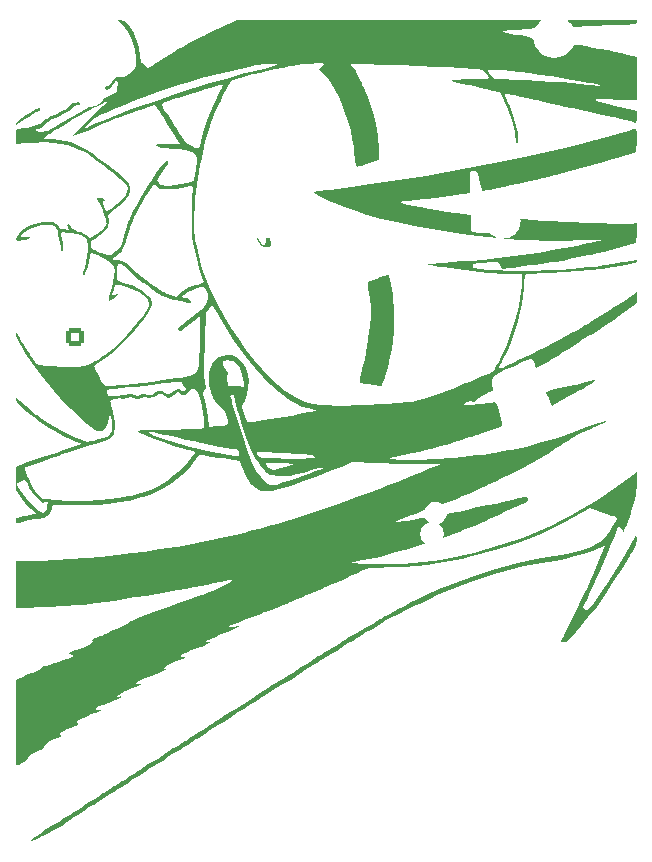
<source format=gbr>
%TF.GenerationSoftware,KiCad,Pcbnew,9.0.2*%
%TF.CreationDate,2025-08-07T00:04:08-07:00*%
%TF.ProjectId,TimeCapsule,54696d65-4361-4707-9375-6c652e6b6963,rev?*%
%TF.SameCoordinates,Original*%
%TF.FileFunction,Legend,Bot*%
%TF.FilePolarity,Positive*%
%FSLAX46Y46*%
G04 Gerber Fmt 4.6, Leading zero omitted, Abs format (unit mm)*
G04 Created by KiCad (PCBNEW 9.0.2) date 2025-08-07 00:04:08*
%MOMM*%
%LPD*%
G01*
G04 APERTURE LIST*
G04 Aperture macros list*
%AMRoundRect*
0 Rectangle with rounded corners*
0 $1 Rounding radius*
0 $2 $3 $4 $5 $6 $7 $8 $9 X,Y pos of 4 corners*
0 Add a 4 corners polygon primitive as box body*
4,1,4,$2,$3,$4,$5,$6,$7,$8,$9,$2,$3,0*
0 Add four circle primitives for the rounded corners*
1,1,$1+$1,$2,$3*
1,1,$1+$1,$4,$5*
1,1,$1+$1,$6,$7*
1,1,$1+$1,$8,$9*
0 Add four rect primitives between the rounded corners*
20,1,$1+$1,$2,$3,$4,$5,0*
20,1,$1+$1,$4,$5,$6,$7,0*
20,1,$1+$1,$6,$7,$8,$9,0*
20,1,$1+$1,$8,$9,$2,$3,0*%
G04 Aperture macros list end*
%ADD10C,0.300000*%
%ADD11C,0.000000*%
%ADD12C,2.000000*%
%ADD13C,2.700000*%
%ADD14R,3.000000X3.000000*%
%ADD15C,3.000000*%
%ADD16RoundRect,0.250000X-0.550000X0.550000X-0.550000X-0.550000X0.550000X-0.550000X0.550000X0.550000X0*%
%ADD17C,1.600000*%
%ADD18C,0.650000*%
%ADD19O,1.000000X2.100000*%
%ADD20O,1.000000X1.800000*%
G04 APERTURE END LIST*
D10*
X75249757Y-83678572D02*
X75178328Y-83535715D01*
X75178328Y-83535715D02*
X75178328Y-83321429D01*
X75178328Y-83321429D02*
X75249757Y-83107143D01*
X75249757Y-83107143D02*
X75392614Y-82964286D01*
X75392614Y-82964286D02*
X75535471Y-82892857D01*
X75535471Y-82892857D02*
X75821185Y-82821429D01*
X75821185Y-82821429D02*
X76035471Y-82821429D01*
X76035471Y-82821429D02*
X76321185Y-82892857D01*
X76321185Y-82892857D02*
X76464042Y-82964286D01*
X76464042Y-82964286D02*
X76606900Y-83107143D01*
X76606900Y-83107143D02*
X76678328Y-83321429D01*
X76678328Y-83321429D02*
X76678328Y-83464286D01*
X76678328Y-83464286D02*
X76606900Y-83678572D01*
X76606900Y-83678572D02*
X76535471Y-83750000D01*
X76535471Y-83750000D02*
X76035471Y-83750000D01*
X76035471Y-83750000D02*
X76035471Y-83464286D01*
X75178328Y-84607143D02*
X75535471Y-84607143D01*
X75392614Y-84250000D02*
X75535471Y-84607143D01*
X75535471Y-84607143D02*
X75392614Y-84964286D01*
X75821185Y-84392857D02*
X75535471Y-84607143D01*
X75535471Y-84607143D02*
X75821185Y-84821429D01*
X75178328Y-85750000D02*
X75535471Y-85750000D01*
X75392614Y-85392857D02*
X75535471Y-85750000D01*
X75535471Y-85750000D02*
X75392614Y-86107143D01*
X75821185Y-85535714D02*
X75535471Y-85750000D01*
X75535471Y-85750000D02*
X75821185Y-85964286D01*
X75178328Y-86892857D02*
X75535471Y-86892857D01*
X75392614Y-86535714D02*
X75535471Y-86892857D01*
X75535471Y-86892857D02*
X75392614Y-87250000D01*
X75821185Y-86678571D02*
X75535471Y-86892857D01*
X75535471Y-86892857D02*
X75821185Y-87107143D01*
D11*
%TO.C,G\u002A\u002A\u002A*%
G36*
X51787691Y-57452311D02*
G01*
X51802475Y-57522253D01*
X51784380Y-57535723D01*
X51658260Y-57619981D01*
X51442333Y-57759442D01*
X51164239Y-57936720D01*
X50851619Y-58134428D01*
X50532113Y-58335178D01*
X50233362Y-58521583D01*
X49983007Y-58676256D01*
X49808689Y-58781811D01*
X49738047Y-58820860D01*
X49720540Y-58800320D01*
X49706739Y-58684510D01*
X49712336Y-58664360D01*
X49808621Y-58553871D01*
X50002860Y-58395491D01*
X50267049Y-58206658D01*
X50573187Y-58004805D01*
X50893269Y-57807367D01*
X51199294Y-57631781D01*
X51463258Y-57495480D01*
X51657158Y-57415900D01*
X51752992Y-57410477D01*
X51787691Y-57452311D01*
G37*
G36*
X102296012Y-50121457D02*
G01*
X102294937Y-50166526D01*
X102278377Y-50224855D01*
X102223085Y-50266064D01*
X102105671Y-50294899D01*
X101902743Y-50316105D01*
X101590909Y-50334427D01*
X101146779Y-50354612D01*
X100829616Y-50368060D01*
X100280549Y-50390075D01*
X99667836Y-50413511D01*
X99045679Y-50436310D01*
X98468281Y-50456410D01*
X96939016Y-50507859D01*
X96698019Y-50242733D01*
X96624353Y-50160879D01*
X96503489Y-50021835D01*
X96454738Y-49958130D01*
X96455716Y-49957608D01*
X96547202Y-49953260D01*
X96775531Y-49949269D01*
X97123685Y-49945750D01*
X97574649Y-49942814D01*
X98111405Y-49940577D01*
X98716939Y-49939152D01*
X99374233Y-49938651D01*
X102296012Y-49938651D01*
X102296012Y-50121457D01*
G37*
G36*
X98769428Y-80473998D02*
G01*
X98631021Y-80580659D01*
X98399319Y-80735615D01*
X98090669Y-80928730D01*
X97721416Y-81149865D01*
X97307906Y-81388884D01*
X96866484Y-81635650D01*
X96413497Y-81880024D01*
X96152050Y-82019292D01*
X95825461Y-82195889D01*
X95555589Y-82344725D01*
X95383108Y-82443555D01*
X95131860Y-82594934D01*
X94866199Y-82024921D01*
X94828762Y-81943051D01*
X94721405Y-81686131D01*
X94657554Y-81496412D01*
X94649962Y-81410149D01*
X94663511Y-81402308D01*
X94795017Y-81358658D01*
X95027951Y-81297220D01*
X95322700Y-81228680D01*
X95412448Y-81208823D01*
X95718014Y-81139923D01*
X96109199Y-81050495D01*
X96556315Y-80947451D01*
X97029671Y-80837704D01*
X97499578Y-80728169D01*
X97936346Y-80625759D01*
X98310286Y-80537386D01*
X98591707Y-80469964D01*
X98750920Y-80430408D01*
X98798195Y-80425769D01*
X98769428Y-80473998D01*
G37*
G36*
X70745261Y-66328052D02*
G01*
X70850092Y-66454539D01*
X70949165Y-66693639D01*
X71045802Y-67056109D01*
X71143324Y-67552708D01*
X71245053Y-68194194D01*
X71283397Y-68478419D01*
X71316371Y-68784560D01*
X71330416Y-69006605D01*
X71322581Y-69109685D01*
X71315201Y-69119065D01*
X71189897Y-69167682D01*
X70984021Y-69180882D01*
X70767208Y-69159899D01*
X70760098Y-69159211D01*
X70580654Y-69103213D01*
X70409892Y-68943894D01*
X70237926Y-68623468D01*
X70082454Y-68152621D01*
X70040049Y-67993750D01*
X69988386Y-67770177D01*
X69973791Y-67599371D01*
X69991283Y-67441169D01*
X70142138Y-67441169D01*
X70144422Y-67784835D01*
X70176448Y-68111372D01*
X70239040Y-68372792D01*
X70340277Y-68597351D01*
X70489334Y-68825555D01*
X70640786Y-68972796D01*
X70767208Y-69006188D01*
X70834097Y-68920348D01*
X70868865Y-68713392D01*
X70867604Y-68420680D01*
X70834764Y-68075461D01*
X70774794Y-67710985D01*
X70692143Y-67360501D01*
X70591261Y-67057257D01*
X70476597Y-66834503D01*
X70429999Y-66771639D01*
X70356404Y-66731075D01*
X70265755Y-66816164D01*
X70223505Y-66894411D01*
X70168774Y-67128365D01*
X70142138Y-67441169D01*
X69991283Y-67441169D01*
X69993942Y-67417124D01*
X70046515Y-67159230D01*
X70052109Y-67134228D01*
X70159003Y-66824173D01*
X70313374Y-66557597D01*
X70489175Y-66370932D01*
X70660357Y-66300614D01*
X70745261Y-66328052D01*
G37*
G36*
X81288495Y-71552807D02*
G01*
X81365312Y-71666945D01*
X81440742Y-71907412D01*
X81517653Y-72283985D01*
X81598913Y-72806443D01*
X81642042Y-73133495D01*
X81766465Y-74754138D01*
X81738789Y-76347362D01*
X81559041Y-77909817D01*
X81523182Y-78104562D01*
X81439373Y-78487030D01*
X81332489Y-78918687D01*
X81210910Y-79370833D01*
X81083017Y-79814768D01*
X80957189Y-80221792D01*
X80841806Y-80563205D01*
X80745250Y-80810308D01*
X80675898Y-80934400D01*
X80616931Y-80936994D01*
X80441730Y-80917703D01*
X80195458Y-80878617D01*
X80026770Y-80850429D01*
X79643057Y-80794027D01*
X79291871Y-80750728D01*
X79067120Y-80719194D01*
X78896193Y-80664598D01*
X78843865Y-80587690D01*
X78861434Y-80473497D01*
X78910566Y-80241056D01*
X78983640Y-79925471D01*
X79073023Y-79560934D01*
X79073710Y-79558200D01*
X79158123Y-79186768D01*
X79254821Y-78703802D01*
X79355991Y-78151895D01*
X79453824Y-77573644D01*
X79540507Y-77011643D01*
X79561685Y-76863963D01*
X79686694Y-75858351D01*
X79757926Y-74985192D01*
X79775719Y-74232461D01*
X79740412Y-73588133D01*
X79652343Y-73040185D01*
X79581720Y-72738415D01*
X79517621Y-72444481D01*
X79504436Y-72250133D01*
X79559119Y-72123958D01*
X79698623Y-72034543D01*
X79939904Y-71950475D01*
X80299914Y-71840341D01*
X80600848Y-71745450D01*
X80902554Y-71649690D01*
X81123050Y-71578985D01*
X81228589Y-71544100D01*
X81288495Y-71552807D01*
G37*
G36*
X58609834Y-49938658D02*
G01*
X58876858Y-50004934D01*
X59145027Y-50205576D01*
X59421049Y-50547253D01*
X59711632Y-51036632D01*
X59773688Y-51156995D01*
X60005558Y-51704688D01*
X60162108Y-52286364D01*
X60259871Y-52960026D01*
X60268589Y-53045224D01*
X60303502Y-53311343D01*
X60349516Y-53472629D01*
X60423464Y-53569850D01*
X60542178Y-53643775D01*
X60555363Y-53650688D01*
X60706206Y-53746090D01*
X60768985Y-53816879D01*
X60775974Y-53851490D01*
X60835624Y-53976540D01*
X60840127Y-53982768D01*
X60909154Y-54002542D01*
X61045201Y-53954480D01*
X61267202Y-53829659D01*
X61594093Y-53619159D01*
X61798565Y-53483505D01*
X62287585Y-53162433D01*
X62702816Y-52897135D01*
X63084126Y-52663566D01*
X63471384Y-52437676D01*
X63904461Y-52195419D01*
X64423225Y-51912747D01*
X64760407Y-51730791D01*
X65108147Y-51544063D01*
X65385900Y-51395955D01*
X65571340Y-51298365D01*
X65642140Y-51263191D01*
X65644316Y-51262528D01*
X65734597Y-51221716D01*
X65940642Y-51124910D01*
X66240875Y-50982349D01*
X66613724Y-50804274D01*
X67037613Y-50600921D01*
X68415309Y-49938651D01*
X81311053Y-49938651D01*
X94206797Y-49938651D01*
X94007931Y-50191872D01*
X93902638Y-50326266D01*
X93766720Y-50488270D01*
X93641893Y-50596212D01*
X93494853Y-50663134D01*
X93292296Y-50702080D01*
X93000919Y-50726094D01*
X92587416Y-50748219D01*
X92496803Y-50753050D01*
X91906490Y-50789014D01*
X91462282Y-50825518D01*
X91155605Y-50863593D01*
X90977887Y-50904269D01*
X90920552Y-50948578D01*
X90930508Y-50957903D01*
X91052211Y-50996808D01*
X91290605Y-51050546D01*
X91618212Y-51113285D01*
X92007554Y-51179196D01*
X92502585Y-51258219D01*
X92888900Y-51323481D01*
X93163478Y-51379841D01*
X93347710Y-51436052D01*
X93462989Y-51500866D01*
X93530706Y-51583035D01*
X93572253Y-51691314D01*
X93609022Y-51834454D01*
X93719264Y-52142380D01*
X93991906Y-52554635D01*
X94367899Y-52872330D01*
X94824134Y-53077828D01*
X95337502Y-53153494D01*
X95749736Y-53109181D01*
X96213582Y-52933676D01*
X96604995Y-52641037D01*
X96894040Y-52248664D01*
X96938527Y-52168235D01*
X97021906Y-52077445D01*
X97148783Y-52053815D01*
X97374047Y-52077806D01*
X97525651Y-52100096D01*
X98008773Y-52178799D01*
X98582110Y-52280499D01*
X99210809Y-52398293D01*
X99860018Y-52525276D01*
X100494882Y-52654548D01*
X101080548Y-52779204D01*
X101582165Y-52892342D01*
X101964878Y-52987058D01*
X102296012Y-53075467D01*
X102296012Y-54908048D01*
X102296012Y-56740629D01*
X100679295Y-56685378D01*
X100557686Y-56681195D01*
X100072165Y-56663929D01*
X99639403Y-56647675D01*
X99285147Y-56633456D01*
X99114082Y-56625819D01*
X99035142Y-56622295D01*
X98915134Y-56615218D01*
X98829083Y-56621035D01*
X98737629Y-56684819D01*
X98768583Y-56714979D01*
X98925140Y-56781701D01*
X99191609Y-56871349D01*
X99543687Y-56976998D01*
X99957074Y-57091725D01*
X100407471Y-57208607D01*
X100870575Y-57320722D01*
X101322086Y-57421144D01*
X101434599Y-57445423D01*
X101743516Y-57516156D01*
X102003835Y-57580719D01*
X102296012Y-57658154D01*
X102296012Y-58169929D01*
X102292132Y-58432907D01*
X102274046Y-58585522D01*
X102232854Y-58640827D01*
X102159663Y-58628753D01*
X102064068Y-58597982D01*
X101808998Y-58529178D01*
X101431817Y-58435288D01*
X100950484Y-58320422D01*
X100382958Y-58188690D01*
X99747197Y-58044201D01*
X99061160Y-57891064D01*
X98342806Y-57733389D01*
X97610094Y-57575285D01*
X96880982Y-57420862D01*
X96719914Y-57386789D01*
X96265017Y-57288627D01*
X95714656Y-57167910D01*
X95107881Y-57033283D01*
X94483742Y-56893388D01*
X93881289Y-56756869D01*
X93701217Y-56715815D01*
X93014993Y-56559729D01*
X92462593Y-56434970D01*
X92029401Y-56338518D01*
X91700799Y-56267350D01*
X91462172Y-56218446D01*
X91298902Y-56188783D01*
X91196373Y-56175341D01*
X91139969Y-56175097D01*
X91115073Y-56185030D01*
X91124702Y-56246256D01*
X91186945Y-56423876D01*
X91293137Y-56687060D01*
X91431651Y-57005666D01*
X91464567Y-57079807D01*
X91720366Y-57711570D01*
X91935764Y-58342916D01*
X92101316Y-58940250D01*
X92207574Y-59469979D01*
X92245092Y-59898507D01*
X92237600Y-60123709D01*
X92205127Y-60322290D01*
X92155597Y-60378398D01*
X92098517Y-60297802D01*
X92043391Y-60086274D01*
X91999727Y-59749581D01*
X91964392Y-59423908D01*
X91913628Y-59070402D01*
X91861023Y-58792347D01*
X91754702Y-58419063D01*
X91591950Y-57953978D01*
X91394632Y-57454846D01*
X91183216Y-56973394D01*
X90978171Y-56561350D01*
X90703874Y-56054909D01*
X90130464Y-55919718D01*
X89900493Y-55866766D01*
X89531851Y-55783943D01*
X89080506Y-55683936D01*
X88583204Y-55574881D01*
X88076687Y-55464917D01*
X88031210Y-55455077D01*
X87573694Y-55353630D01*
X87170763Y-55260012D01*
X86846906Y-55180233D01*
X86626608Y-55120306D01*
X86534357Y-55086243D01*
X86535846Y-55073355D01*
X86640721Y-55043448D01*
X86867022Y-55013838D01*
X87190889Y-54986094D01*
X87588462Y-54961786D01*
X88035881Y-54942481D01*
X88509287Y-54929747D01*
X88984820Y-54925154D01*
X89271152Y-54921022D01*
X89560375Y-54906425D01*
X89757132Y-54883771D01*
X89829755Y-54855666D01*
X89812732Y-54809749D01*
X89721056Y-54665024D01*
X89576534Y-54474794D01*
X89552438Y-54445435D01*
X89374435Y-54261241D01*
X89266536Y-54204449D01*
X89674137Y-54204449D01*
X89700613Y-54258503D01*
X89806750Y-54403122D01*
X89966315Y-54593125D01*
X90258282Y-54923365D01*
X92673620Y-55043720D01*
X92940154Y-55057163D01*
X94021701Y-55115164D01*
X95034184Y-55175026D01*
X95965217Y-55235812D01*
X96802417Y-55296580D01*
X97533398Y-55356394D01*
X98145776Y-55414313D01*
X98627166Y-55469399D01*
X98965184Y-55520713D01*
X99114082Y-55527717D01*
X99179448Y-55486938D01*
X99178682Y-55481054D01*
X99098388Y-55419346D01*
X98926227Y-55370814D01*
X98856847Y-55359093D01*
X98631123Y-55320540D01*
X98291670Y-55262308D01*
X97863598Y-55188710D01*
X97372013Y-55104061D01*
X96842025Y-55012676D01*
X96011351Y-54873385D01*
X95060445Y-54723275D01*
X94126411Y-54585182D01*
X93228705Y-54461559D01*
X92386785Y-54354856D01*
X91620107Y-54267525D01*
X90948130Y-54202018D01*
X90390310Y-54160786D01*
X89966105Y-54146282D01*
X89913522Y-54147189D01*
X89742862Y-54166936D01*
X89674137Y-54204449D01*
X89266536Y-54204449D01*
X89192801Y-54165639D01*
X88933743Y-54117627D01*
X88921378Y-54116193D01*
X88634459Y-54089083D01*
X88230565Y-54059266D01*
X87724841Y-54027324D01*
X87132431Y-53993840D01*
X86468482Y-53959396D01*
X85748137Y-53924575D01*
X84986542Y-53889959D01*
X84198842Y-53856131D01*
X83400181Y-53823672D01*
X82605705Y-53793167D01*
X81830558Y-53765196D01*
X81089885Y-53740343D01*
X80398832Y-53719190D01*
X79772544Y-53702320D01*
X79226164Y-53690315D01*
X78774839Y-53683757D01*
X78433713Y-53683229D01*
X78217931Y-53689314D01*
X78142638Y-53702594D01*
X78147638Y-53718505D01*
X78212280Y-53839271D01*
X78335900Y-54044885D01*
X78498545Y-54301759D01*
X78520543Y-54336058D01*
X78714620Y-54660748D01*
X78891284Y-54990414D01*
X79014707Y-55258637D01*
X79077038Y-55415687D01*
X79203274Y-55730884D01*
X79353548Y-56103863D01*
X79507275Y-56483436D01*
X79641125Y-56825146D01*
X79957002Y-57774297D01*
X80190461Y-58739181D01*
X80350759Y-59763198D01*
X80447154Y-60889748D01*
X80500345Y-61828882D01*
X79925326Y-61994495D01*
X79590096Y-62092658D01*
X79246421Y-62196003D01*
X78977213Y-62279686D01*
X78789205Y-62337711D01*
X78654078Y-62361322D01*
X78586301Y-62326150D01*
X78541235Y-62226779D01*
X78518559Y-62139679D01*
X78476456Y-61909637D01*
X78429543Y-61594623D01*
X78384401Y-61236197D01*
X78320725Y-60720654D01*
X78211646Y-60008588D01*
X78080551Y-59361923D01*
X77915712Y-58725537D01*
X77705406Y-58044309D01*
X77439644Y-57290449D01*
X77077697Y-56434453D01*
X76683675Y-55692050D01*
X76244671Y-55039565D01*
X75747777Y-54453320D01*
X75412349Y-54098358D01*
X75608782Y-53913819D01*
X75626284Y-53897076D01*
X75753220Y-53753566D01*
X75805215Y-53653483D01*
X75803811Y-53647859D01*
X75712255Y-53617611D01*
X75496902Y-53606013D01*
X75184755Y-53611298D01*
X74802815Y-53631702D01*
X74378085Y-53665460D01*
X73937568Y-53710806D01*
X73508265Y-53765976D01*
X73117178Y-53829203D01*
X72941404Y-53861926D01*
X72318073Y-53984107D01*
X71669696Y-54119539D01*
X71016039Y-54263369D01*
X70376863Y-54410743D01*
X69771934Y-54556808D01*
X69221015Y-54696708D01*
X68743869Y-54825591D01*
X68360259Y-54938601D01*
X68089950Y-55030887D01*
X67952705Y-55097592D01*
X67935643Y-55114281D01*
X67831723Y-55265347D01*
X67682053Y-55531102D01*
X67497641Y-55887914D01*
X67289492Y-56312146D01*
X67068615Y-56780167D01*
X66846016Y-57268341D01*
X66632703Y-57753035D01*
X66439683Y-58210614D01*
X66277963Y-58617445D01*
X66158551Y-58949895D01*
X66048541Y-59298486D01*
X65905143Y-59789331D01*
X65776616Y-60266748D01*
X65681531Y-60664005D01*
X65647774Y-60820313D01*
X65558275Y-61232192D01*
X65471794Y-61627135D01*
X65403137Y-61937424D01*
X65336399Y-62255854D01*
X65241025Y-62758158D01*
X65217728Y-62890947D01*
X65142008Y-63322539D01*
X65048350Y-63897283D01*
X64969056Y-64430676D01*
X64950207Y-64598270D01*
X64922586Y-64936158D01*
X64895102Y-65364285D01*
X64870120Y-65844730D01*
X64850005Y-66339571D01*
X64834407Y-66908831D01*
X64832410Y-67402286D01*
X64846918Y-67820867D01*
X64879425Y-68205993D01*
X64931421Y-68599081D01*
X65026946Y-69134741D01*
X65197165Y-69889482D01*
X65406662Y-70670642D01*
X65638912Y-71417585D01*
X65877386Y-72069677D01*
X65894327Y-72111450D01*
X66313524Y-73061555D01*
X66804034Y-74036374D01*
X67354310Y-75020428D01*
X67952804Y-75998242D01*
X68587972Y-76954337D01*
X69248266Y-77873237D01*
X69922139Y-78739466D01*
X70598045Y-79537546D01*
X71264438Y-80252000D01*
X71909771Y-80867352D01*
X72522497Y-81368124D01*
X73091069Y-81738840D01*
X73538057Y-81975806D01*
X74032966Y-82200628D01*
X74505729Y-82361267D01*
X75000605Y-82469512D01*
X75561856Y-82537154D01*
X76233743Y-82575983D01*
X76748208Y-82589532D01*
X77607223Y-82592440D01*
X78544735Y-82576156D01*
X79515526Y-82542004D01*
X80474378Y-82491308D01*
X81376074Y-82425392D01*
X81768928Y-82392052D01*
X82269322Y-82349852D01*
X82744380Y-82310039D01*
X83129141Y-82278072D01*
X83286751Y-82262413D01*
X83551542Y-82223209D01*
X83839588Y-82162617D01*
X84165865Y-82075587D01*
X84545349Y-81957074D01*
X84993015Y-81802029D01*
X85523841Y-81605405D01*
X86152801Y-81362153D01*
X86894873Y-81067228D01*
X87765031Y-80715581D01*
X87882682Y-80667779D01*
X88368885Y-80470467D01*
X88825617Y-80285465D01*
X89224163Y-80124382D01*
X89535808Y-79998828D01*
X89731837Y-79920411D01*
X89760391Y-79908958D01*
X89902920Y-79843720D01*
X90028036Y-79762517D01*
X90148040Y-79647648D01*
X90275231Y-79481412D01*
X90421909Y-79246108D01*
X90600375Y-78924034D01*
X90822929Y-78497490D01*
X91101870Y-77948774D01*
X91235826Y-77654717D01*
X91406221Y-77229348D01*
X91590892Y-76728739D01*
X91776392Y-76191894D01*
X91949273Y-75657816D01*
X92096087Y-75165507D01*
X92203387Y-74753971D01*
X92233330Y-74619731D01*
X92331392Y-74112744D01*
X92422388Y-73549070D01*
X92499082Y-72980783D01*
X92554241Y-72459958D01*
X92580629Y-72038671D01*
X92595706Y-71481903D01*
X91271166Y-71426660D01*
X89680817Y-71333081D01*
X87800107Y-71149125D01*
X86019248Y-70892153D01*
X85625511Y-70824753D01*
X85223087Y-70754861D01*
X84895631Y-70696887D01*
X84669375Y-70655480D01*
X84570552Y-70635294D01*
X84584830Y-70625325D01*
X84731618Y-70603072D01*
X85018339Y-70571934D01*
X85435893Y-70532718D01*
X85975186Y-70486228D01*
X86627118Y-70433270D01*
X87382594Y-70374649D01*
X88232516Y-70311170D01*
X89260775Y-70226277D01*
X90586318Y-70093670D01*
X91937087Y-69935586D01*
X93252749Y-69759177D01*
X94472969Y-69571592D01*
X94671502Y-69537988D01*
X95104571Y-69461259D01*
X95600179Y-69370029D01*
X96136751Y-69268599D01*
X96692714Y-69161272D01*
X97246495Y-69052347D01*
X97776520Y-68946127D01*
X98261215Y-68846913D01*
X98679007Y-68759007D01*
X99008323Y-68686708D01*
X99227588Y-68634320D01*
X99315229Y-68606142D01*
X99252106Y-68601352D01*
X99050068Y-68598737D01*
X98725941Y-68598474D01*
X98296942Y-68600480D01*
X97780287Y-68604674D01*
X97193192Y-68610974D01*
X96552873Y-68619298D01*
X96186160Y-68623836D01*
X95264418Y-68629523D01*
X94407675Y-68626589D01*
X93638591Y-68615311D01*
X92979830Y-68595969D01*
X92454053Y-68568842D01*
X91360702Y-68484630D01*
X89746197Y-68328304D01*
X88120598Y-68135142D01*
X86507711Y-67909080D01*
X84931342Y-67654049D01*
X83415298Y-67373984D01*
X81983385Y-67072819D01*
X80659409Y-66754486D01*
X79467178Y-66422921D01*
X79197147Y-66339509D01*
X78603582Y-66144093D01*
X77983800Y-65926113D01*
X77362785Y-65695465D01*
X76765519Y-65462044D01*
X76216985Y-65235746D01*
X75742167Y-65026465D01*
X75366047Y-64844098D01*
X75113609Y-64698540D01*
X75021405Y-64635325D01*
X74915456Y-64550315D01*
X74923233Y-64507990D01*
X75033940Y-64478533D01*
X75059758Y-64473725D01*
X75240436Y-64446741D01*
X75532171Y-64408029D01*
X75900675Y-64362027D01*
X76311657Y-64313172D01*
X77572054Y-64159940D01*
X79217142Y-63941268D01*
X80926717Y-63695130D01*
X82682465Y-63424927D01*
X84466077Y-63134057D01*
X86259239Y-62825920D01*
X88043639Y-62503917D01*
X89800966Y-62171446D01*
X91512908Y-61831908D01*
X93161153Y-61488702D01*
X94727388Y-61145228D01*
X96193303Y-60804886D01*
X97540584Y-60471075D01*
X98750920Y-60147195D01*
X98875148Y-60112476D01*
X99351769Y-59979752D01*
X99860069Y-59838776D01*
X100309203Y-59714759D01*
X100474868Y-59668613D01*
X100901431Y-59545989D01*
X101318543Y-59421632D01*
X101655628Y-59316420D01*
X101711528Y-59298359D01*
X101977746Y-59214139D01*
X102174210Y-59154900D01*
X102261791Y-59132516D01*
X102263862Y-59133954D01*
X102276188Y-59225931D01*
X102283135Y-59440381D01*
X102284195Y-59748015D01*
X102278862Y-60119548D01*
X102257055Y-61106580D01*
X101945399Y-61204336D01*
X101790840Y-61251998D01*
X101500715Y-61340318D01*
X101116518Y-61456637D01*
X100667577Y-61592125D01*
X100183221Y-61737954D01*
X99692779Y-61885294D01*
X99225580Y-62025316D01*
X98810951Y-62149191D01*
X98478221Y-62248091D01*
X98274656Y-62306681D01*
X97909428Y-62407961D01*
X97491069Y-62520912D01*
X97075767Y-62630225D01*
X96983402Y-62654197D01*
X96541086Y-62769541D01*
X96020125Y-62906048D01*
X95477973Y-63048641D01*
X94972086Y-63182245D01*
X94856401Y-63212631D01*
X94330997Y-63345839D01*
X93778692Y-63479475D01*
X93258504Y-63599500D01*
X92829448Y-63691878D01*
X92665334Y-63725294D01*
X92200949Y-63820448D01*
X91661864Y-63931524D01*
X91102395Y-64047319D01*
X90576855Y-64156626D01*
X90219736Y-64229673D01*
X89831659Y-64305309D01*
X89519938Y-64361803D01*
X89309901Y-64394606D01*
X89226874Y-64399165D01*
X89212382Y-64373254D01*
X89162007Y-64224912D01*
X89096068Y-63988377D01*
X89025538Y-63708296D01*
X88961388Y-63429318D01*
X88914592Y-63196092D01*
X88896121Y-63053265D01*
X88849625Y-62863743D01*
X88695659Y-62719849D01*
X88469505Y-62696875D01*
X88327189Y-62741848D01*
X88217304Y-62819092D01*
X88201626Y-62890990D01*
X88187416Y-63094987D01*
X88181292Y-63390704D01*
X88184535Y-63742010D01*
X88189336Y-63965657D01*
X88191700Y-64261270D01*
X88181548Y-64445804D01*
X88153609Y-64547953D01*
X88102612Y-64596411D01*
X88023288Y-64619871D01*
X87838721Y-64655318D01*
X87463263Y-64716289D01*
X86982042Y-64786128D01*
X86424055Y-64861098D01*
X85818298Y-64937465D01*
X85193768Y-65011494D01*
X84579461Y-65079448D01*
X84004372Y-65137593D01*
X83869502Y-65150560D01*
X83398890Y-65197772D01*
X82989234Y-65241862D01*
X82664094Y-65280097D01*
X82447029Y-65309745D01*
X82361598Y-65328076D01*
X82346750Y-65348565D01*
X82361984Y-65393191D01*
X82457223Y-65443083D01*
X82650679Y-65504506D01*
X82960563Y-65583722D01*
X83405085Y-65686997D01*
X84006510Y-65817562D01*
X84696635Y-65950737D01*
X85407587Y-66068098D01*
X86184325Y-66176974D01*
X87071810Y-66284693D01*
X88232516Y-66417485D01*
X88254822Y-67130940D01*
X88271130Y-67481572D01*
X88297529Y-67709263D01*
X88339255Y-67836813D01*
X88401707Y-67892200D01*
X88410085Y-67895213D01*
X88566164Y-67927881D01*
X88808541Y-67957054D01*
X89097010Y-67980547D01*
X89391363Y-67996176D01*
X89651395Y-68001755D01*
X89836899Y-67995101D01*
X89907669Y-67974028D01*
X89905778Y-67952747D01*
X89883253Y-67805540D01*
X89840661Y-67559448D01*
X89784778Y-67254168D01*
X89762410Y-67132051D01*
X89715955Y-66854833D01*
X89689198Y-66657480D01*
X89687385Y-66576498D01*
X89765765Y-66574172D01*
X89957589Y-66589441D01*
X90219325Y-66619344D01*
X90353811Y-66635510D01*
X90790039Y-66679637D01*
X91340168Y-66726424D01*
X91987361Y-66775047D01*
X92714782Y-66824681D01*
X93505597Y-66874502D01*
X94342969Y-66923685D01*
X95210062Y-66971408D01*
X96090041Y-67016844D01*
X96966070Y-67059170D01*
X97821313Y-67097562D01*
X98638934Y-67131196D01*
X99402097Y-67159246D01*
X100093968Y-67180889D01*
X100697709Y-67195301D01*
X101196485Y-67201657D01*
X101573461Y-67199134D01*
X101811801Y-67186906D01*
X102301514Y-67134896D01*
X102279285Y-67977383D01*
X102257055Y-68819871D01*
X100932516Y-69194237D01*
X100737658Y-69248365D01*
X100152198Y-69402743D01*
X99525094Y-69558382D01*
X98919935Y-69699781D01*
X98400307Y-69811442D01*
X98239236Y-69843983D01*
X97756456Y-69943088D01*
X97285969Y-70041709D01*
X96874638Y-70129954D01*
X96569325Y-70197931D01*
X96361361Y-70242421D01*
X95948285Y-70319959D01*
X95489017Y-70396521D01*
X95050000Y-70460619D01*
X94704961Y-70507469D01*
X94180671Y-70581012D01*
X93634598Y-70659689D01*
X93141105Y-70732892D01*
X92728480Y-70792427D01*
X92259969Y-70854409D01*
X91829996Y-70905990D01*
X91496204Y-70939915D01*
X90864187Y-70993703D01*
X90717063Y-70692404D01*
X90681887Y-70624205D01*
X90551162Y-70450259D01*
X90414111Y-70406089D01*
X90311103Y-70415468D01*
X90074738Y-70436301D01*
X89753638Y-70464227D01*
X89386658Y-70495849D01*
X89079402Y-70524720D01*
X88768629Y-70559860D01*
X88543755Y-70592203D01*
X88439525Y-70617293D01*
X88404080Y-70668025D01*
X88402296Y-70810342D01*
X88417632Y-70852111D01*
X88460722Y-70903410D01*
X88543372Y-70945830D01*
X88682168Y-70981670D01*
X88893695Y-71013230D01*
X89194539Y-71042809D01*
X89601287Y-71072709D01*
X90130524Y-71105228D01*
X90798835Y-71142668D01*
X91235039Y-71164680D01*
X91867991Y-71187823D01*
X92476695Y-71196979D01*
X93106009Y-71192116D01*
X93800794Y-71173208D01*
X94605908Y-71140225D01*
X94980978Y-71122689D01*
X95921076Y-71074127D01*
X96747830Y-71022727D01*
X97492409Y-70965286D01*
X98185983Y-70898597D01*
X98859724Y-70819457D01*
X99544800Y-70724661D01*
X100272382Y-70611005D01*
X101073641Y-70475284D01*
X101381267Y-70421513D01*
X101755748Y-70356199D01*
X102012353Y-70313510D01*
X102173045Y-70291711D01*
X102259792Y-70289067D01*
X102294558Y-70303842D01*
X102299309Y-70334300D01*
X102296012Y-70378707D01*
X102295996Y-70380136D01*
X102269030Y-70431649D01*
X102180323Y-70482548D01*
X102014434Y-70536463D01*
X101755922Y-70597024D01*
X101389347Y-70667861D01*
X100899268Y-70752601D01*
X100270246Y-70854876D01*
X99324192Y-70994659D01*
X98307019Y-71118762D01*
X97248457Y-71219924D01*
X96110519Y-71301745D01*
X94855215Y-71367823D01*
X94501678Y-71384152D01*
X94004131Y-71408925D01*
X93571212Y-71432614D01*
X93225686Y-71453878D01*
X92990321Y-71471375D01*
X92887884Y-71483763D01*
X92845570Y-71530366D01*
X92804149Y-71722347D01*
X92790491Y-72063778D01*
X92789994Y-72125409D01*
X92757462Y-72651782D01*
X92679205Y-73280292D01*
X92562422Y-73972147D01*
X92414306Y-74688557D01*
X92242056Y-75390731D01*
X92052868Y-76039878D01*
X91920514Y-76447958D01*
X91732698Y-77000442D01*
X91561480Y-77461462D01*
X91392273Y-77867359D01*
X91210493Y-78254473D01*
X91001551Y-78659144D01*
X90868039Y-78915928D01*
X90739584Y-79180665D01*
X90659580Y-79368125D01*
X90641501Y-79448761D01*
X90648321Y-79452930D01*
X90757409Y-79445199D01*
X90937533Y-79388891D01*
X91084391Y-79326741D01*
X91389752Y-79187028D01*
X91796515Y-78993807D01*
X92283422Y-78757745D01*
X92829212Y-78489510D01*
X93412625Y-78199769D01*
X94012400Y-77899189D01*
X94607279Y-77598436D01*
X95176000Y-77308178D01*
X95697304Y-77039083D01*
X96149930Y-76801817D01*
X96512619Y-76607047D01*
X96764111Y-76465440D01*
X97144203Y-76242182D01*
X97540723Y-76011309D01*
X97897151Y-75805687D01*
X98166565Y-75652512D01*
X98368761Y-75537476D01*
X98768561Y-75301100D01*
X99223150Y-75021080D01*
X99750717Y-74685946D01*
X100369452Y-74284228D01*
X101097545Y-73804459D01*
X102296012Y-73010451D01*
X102296012Y-73464873D01*
X102296012Y-73919295D01*
X101146779Y-74731985D01*
X100807551Y-74971842D01*
X100333967Y-75306481D01*
X99963011Y-75568143D01*
X99679336Y-75767517D01*
X99467600Y-75915289D01*
X99312457Y-76022147D01*
X99198563Y-76098778D01*
X99110573Y-76155869D01*
X99033143Y-76204108D01*
X99001447Y-76223776D01*
X98838110Y-76326398D01*
X98568461Y-76496623D01*
X98210475Y-76723075D01*
X97782128Y-76994378D01*
X97301392Y-77299159D01*
X96786244Y-77626041D01*
X96547004Y-77777747D01*
X96059814Y-78085606D01*
X95623169Y-78360087D01*
X95253241Y-78591115D01*
X94966202Y-78768611D01*
X94778221Y-78882498D01*
X94705471Y-78922700D01*
X94648152Y-78946607D01*
X94488850Y-79031425D01*
X94270859Y-79156443D01*
X94092501Y-79257827D01*
X93907196Y-79353312D01*
X93810072Y-79390185D01*
X93785061Y-79372646D01*
X93718230Y-79247322D01*
X93647961Y-79041052D01*
X93616776Y-78939979D01*
X93533228Y-78732568D01*
X93456944Y-78614515D01*
X93414142Y-78600148D01*
X93254524Y-78628167D01*
X92983297Y-78731413D01*
X92590121Y-78913453D01*
X92419277Y-78995853D01*
X91961484Y-79211957D01*
X91484511Y-79431951D01*
X91067656Y-79619082D01*
X90833224Y-79724209D01*
X90555944Y-79861538D01*
X90371166Y-79980255D01*
X90246128Y-80102910D01*
X90148067Y-80252055D01*
X90048332Y-80455655D01*
X90018219Y-80635152D01*
X90058965Y-80849496D01*
X90072065Y-80897880D01*
X90120965Y-81105445D01*
X90140977Y-81238286D01*
X90131459Y-81259555D01*
X90020612Y-81350422D01*
X89811625Y-81474106D01*
X89537577Y-81610220D01*
X89207932Y-81779944D01*
X88916755Y-81967577D01*
X88727646Y-82135340D01*
X88722041Y-82142079D01*
X88583928Y-82290480D01*
X88489285Y-82329676D01*
X88394721Y-82278299D01*
X88295656Y-82222151D01*
X88166685Y-82230662D01*
X87958026Y-82312771D01*
X87766856Y-82411206D01*
X87663266Y-82505003D01*
X87707830Y-82563944D01*
X87901381Y-82584035D01*
X87917448Y-82583779D01*
X88109889Y-82570409D01*
X88411702Y-82540205D01*
X88783574Y-82497974D01*
X89186194Y-82448520D01*
X89580249Y-82396648D01*
X89926426Y-82347162D01*
X90185415Y-82304869D01*
X90213210Y-82299850D01*
X90336544Y-82289285D01*
X90414634Y-82333674D01*
X90475710Y-82464951D01*
X90547998Y-82715049D01*
X90611182Y-82950660D01*
X90716744Y-83362837D01*
X90805771Y-83733605D01*
X90872107Y-84035740D01*
X90909598Y-84242024D01*
X90912088Y-84325233D01*
X90893822Y-84334189D01*
X90757111Y-84387435D01*
X90514049Y-84476417D01*
X90194109Y-84590832D01*
X89826761Y-84720381D01*
X89441479Y-84854762D01*
X89067733Y-84983674D01*
X88734995Y-85096815D01*
X88472736Y-85183885D01*
X88310430Y-85234582D01*
X88139467Y-85283252D01*
X87806965Y-85379328D01*
X87477528Y-85477000D01*
X87113279Y-85587721D01*
X86676340Y-85722941D01*
X86128835Y-85894110D01*
X86093328Y-85905231D01*
X85633497Y-86046356D01*
X85213464Y-86168078D01*
X84801043Y-86278270D01*
X84364048Y-86384805D01*
X83870290Y-86495556D01*
X83287584Y-86618395D01*
X82583743Y-86761194D01*
X82547497Y-86768471D01*
X82171794Y-86845203D01*
X81848930Y-86913367D01*
X81612257Y-86965790D01*
X81495129Y-86995301D01*
X81439789Y-87018221D01*
X81416767Y-87065918D01*
X81528850Y-87105835D01*
X81761686Y-87137602D01*
X82100922Y-87160848D01*
X82532205Y-87175200D01*
X83041182Y-87180289D01*
X83613499Y-87175743D01*
X84234805Y-87161190D01*
X84890746Y-87136261D01*
X85566969Y-87100583D01*
X85630290Y-87096688D01*
X86198826Y-87056759D01*
X86824708Y-87005351D01*
X87477534Y-86945616D01*
X88126902Y-86880708D01*
X88742411Y-86813778D01*
X89293658Y-86747980D01*
X89750241Y-86686467D01*
X90081758Y-86632391D01*
X90259772Y-86599147D01*
X90590297Y-86538816D01*
X90983553Y-86468070D01*
X91388037Y-86396221D01*
X91738028Y-86331360D01*
X92963490Y-86061601D01*
X94265864Y-85715454D01*
X95607217Y-85304318D01*
X96949617Y-84839592D01*
X98255130Y-84332674D01*
X98345120Y-84296154D01*
X98726753Y-84151993D01*
X99074893Y-84036315D01*
X99367208Y-83954761D01*
X99581367Y-83912973D01*
X99695038Y-83916591D01*
X99685890Y-83971256D01*
X99655808Y-83992409D01*
X99499715Y-84073826D01*
X99239740Y-84195511D01*
X98903142Y-84344910D01*
X98517178Y-84509470D01*
X98387799Y-84564269D01*
X97962724Y-84753037D01*
X97562752Y-84942625D01*
X97227817Y-85113655D01*
X96997853Y-85246749D01*
X96814789Y-85365297D01*
X96498870Y-85566722D01*
X96135151Y-85796191D01*
X95771233Y-86023558D01*
X95494519Y-86195506D01*
X95111121Y-86433892D01*
X94757775Y-86653740D01*
X94485650Y-86823225D01*
X94045293Y-87091264D01*
X93286607Y-87529494D01*
X92486307Y-87967207D01*
X91686649Y-88382103D01*
X90929889Y-88751882D01*
X90258282Y-89054242D01*
X90239377Y-89062477D01*
X90083913Y-89133288D01*
X89826260Y-89252879D01*
X89497453Y-89406793D01*
X89128528Y-89580571D01*
X89097614Y-89595140D01*
X88633056Y-89807978D01*
X88092785Y-90046770D01*
X87541395Y-90283353D01*
X87043483Y-90489568D01*
X85932364Y-90938429D01*
X85656855Y-90807691D01*
X85583057Y-90776604D01*
X85235718Y-90720113D01*
X84898213Y-90791442D01*
X84611087Y-90975868D01*
X84414887Y-91258668D01*
X84405858Y-91279650D01*
X84353305Y-91374256D01*
X84273169Y-91454922D01*
X84141323Y-91534055D01*
X83933640Y-91624061D01*
X83625990Y-91737346D01*
X83194247Y-91886318D01*
X82998910Y-91953491D01*
X82625555Y-92085642D01*
X82316897Y-92199888D01*
X82100663Y-92285820D01*
X82004581Y-92333025D01*
X81955997Y-92395566D01*
X81995134Y-92437478D01*
X82152856Y-92441423D01*
X82440021Y-92407434D01*
X82867485Y-92335542D01*
X83318758Y-92253674D01*
X83702842Y-92186668D01*
X83979896Y-92146625D01*
X84174579Y-92133967D01*
X84311554Y-92149118D01*
X84415482Y-92192502D01*
X84511022Y-92264540D01*
X84622838Y-92365656D01*
X84827915Y-92529490D01*
X85024966Y-92614247D01*
X85271779Y-92635584D01*
X85289143Y-92635527D01*
X85523883Y-92612989D01*
X85715267Y-92529092D01*
X85933825Y-92353818D01*
X86012859Y-92278006D01*
X86183142Y-92066044D01*
X86245706Y-91895534D01*
X86257291Y-91813447D01*
X86311059Y-91752371D01*
X86435000Y-91702250D01*
X86657107Y-91651822D01*
X87005368Y-91589820D01*
X87161757Y-91562516D01*
X87555097Y-91488722D01*
X87919934Y-91413997D01*
X88193559Y-91350948D01*
X88197709Y-91349889D01*
X88445256Y-91291387D01*
X88798299Y-91213852D01*
X89210363Y-91127257D01*
X89634970Y-91041580D01*
X89744402Y-91019959D01*
X90351057Y-90897647D01*
X90858836Y-90789624D01*
X91314839Y-90685170D01*
X91766168Y-90573561D01*
X92259927Y-90444077D01*
X92408349Y-90405476D01*
X92686383Y-90339945D01*
X92885806Y-90302381D01*
X92970953Y-90300009D01*
X93001909Y-90356619D01*
X93056569Y-90505517D01*
X93064841Y-90536508D01*
X93065603Y-90592916D01*
X93033008Y-90651267D01*
X92951596Y-90720582D01*
X92805907Y-90809883D01*
X92580480Y-90928193D01*
X92259854Y-91084534D01*
X91828570Y-91287926D01*
X91271166Y-91547394D01*
X91072762Y-91639878D01*
X90674077Y-91826921D01*
X90238346Y-92032452D01*
X89829755Y-92226241D01*
X89531357Y-92361752D01*
X89093060Y-92549070D01*
X88586070Y-92756951D01*
X88051707Y-92968487D01*
X87531289Y-93166772D01*
X87518146Y-93171665D01*
X87028188Y-93354790D01*
X86553000Y-93533628D01*
X86125424Y-93695728D01*
X85778302Y-93828641D01*
X85544479Y-93919917D01*
X85471737Y-93947484D01*
X85185924Y-94044759D01*
X84776160Y-94174361D01*
X84261678Y-94330644D01*
X83661714Y-94507963D01*
X82995502Y-94700675D01*
X82282275Y-94903133D01*
X81541269Y-95109694D01*
X80791718Y-95314713D01*
X80563556Y-95374589D01*
X80127335Y-95478195D01*
X79642557Y-95578592D01*
X79073816Y-95682893D01*
X78385711Y-95798214D01*
X78283298Y-95817176D01*
X78160571Y-95858228D01*
X78172255Y-95896895D01*
X78303560Y-95932459D01*
X78539697Y-95964202D01*
X78865874Y-95991406D01*
X79267303Y-96013353D01*
X79729193Y-96029324D01*
X80236754Y-96038603D01*
X80775197Y-96040471D01*
X81329731Y-96034211D01*
X81885567Y-96019103D01*
X82427914Y-95994431D01*
X82461238Y-95992559D01*
X83385467Y-95932640D01*
X84203589Y-95860631D01*
X84963627Y-95769992D01*
X85713603Y-95654187D01*
X86501540Y-95506679D01*
X87375460Y-95320930D01*
X88528865Y-95052127D01*
X89659946Y-94756950D01*
X90735791Y-94438430D01*
X91793482Y-94084105D01*
X92870101Y-93681512D01*
X94002730Y-93218188D01*
X95228452Y-92681671D01*
X95804935Y-92407731D01*
X96632268Y-91974859D01*
X97519484Y-91472547D01*
X98434720Y-90920159D01*
X99346112Y-90337058D01*
X100221796Y-89742606D01*
X101029908Y-89156168D01*
X102296012Y-88201288D01*
X102295007Y-89113374D01*
X102289498Y-89500791D01*
X102264657Y-89899533D01*
X102214879Y-90227416D01*
X102134805Y-90531903D01*
X102040651Y-90842307D01*
X101924019Y-91246022D01*
X101820345Y-91622700D01*
X101802246Y-91689454D01*
X101697926Y-92038366D01*
X101578301Y-92393809D01*
X101455419Y-92724635D01*
X101341332Y-92999696D01*
X101248088Y-93187846D01*
X101187737Y-93257936D01*
X101182321Y-93257122D01*
X101107156Y-93183013D01*
X101010430Y-93025154D01*
X101000286Y-93006028D01*
X100897430Y-92853832D01*
X100813644Y-92791412D01*
X100797948Y-92791834D01*
X100737730Y-92810919D01*
X100713638Y-92888398D01*
X100634211Y-93094395D01*
X100506781Y-93409071D01*
X100339030Y-93814452D01*
X100138638Y-94292565D01*
X99913288Y-94825440D01*
X99670661Y-95395102D01*
X99418440Y-95983579D01*
X99164306Y-96572900D01*
X98915941Y-97145090D01*
X98681027Y-97682178D01*
X98467246Y-98166191D01*
X98282280Y-98579157D01*
X98133810Y-98903103D01*
X97772189Y-99677677D01*
X97936185Y-99838072D01*
X98100180Y-99998467D01*
X98372934Y-99686811D01*
X98413942Y-99639190D01*
X98687520Y-99294597D01*
X99019682Y-98840234D01*
X99395839Y-98298562D01*
X99801403Y-97692038D01*
X100221787Y-97043123D01*
X100642400Y-96374274D01*
X101048656Y-95707952D01*
X101425966Y-95066615D01*
X101759742Y-94472723D01*
X102257055Y-93561656D01*
X102281230Y-93927175D01*
X102284954Y-94064329D01*
X102267586Y-94212811D01*
X102216014Y-94379336D01*
X102118667Y-94592751D01*
X101963973Y-94881904D01*
X101740362Y-95275642D01*
X101717170Y-95315938D01*
X101038038Y-96455293D01*
X100330651Y-97568722D01*
X99611707Y-98632269D01*
X98897903Y-99621978D01*
X98205937Y-100513890D01*
X97552508Y-101284048D01*
X97486126Y-101358102D01*
X97119788Y-101765874D01*
X96839822Y-102073713D01*
X96631126Y-102295662D01*
X96478598Y-102445765D01*
X96367136Y-102538066D01*
X96281637Y-102586608D01*
X96207000Y-102605435D01*
X96128122Y-102608590D01*
X95995644Y-102591561D01*
X95915376Y-102507320D01*
X95950005Y-102341296D01*
X96098838Y-102080999D01*
X96130789Y-102026695D01*
X96234954Y-101830330D01*
X96390186Y-101525312D01*
X96586396Y-101132366D01*
X96813499Y-100672218D01*
X97061405Y-100165592D01*
X97320028Y-99633215D01*
X97579280Y-99095810D01*
X97829072Y-98574104D01*
X98059318Y-98088822D01*
X98259930Y-97660689D01*
X98420821Y-97310430D01*
X98453229Y-97238280D01*
X98597287Y-96909077D01*
X98761021Y-96524402D01*
X98934363Y-96109120D01*
X99107246Y-95688095D01*
X99269604Y-95286194D01*
X99411369Y-94928283D01*
X99522474Y-94639226D01*
X99592852Y-94443890D01*
X99612436Y-94367140D01*
X99596375Y-94364975D01*
X99487685Y-94415602D01*
X99320915Y-94528950D01*
X99081709Y-94685038D01*
X98724854Y-94860686D01*
X98275252Y-95031380D01*
X97722471Y-95199973D01*
X97056076Y-95369321D01*
X96265632Y-95542276D01*
X95340704Y-95721695D01*
X94270859Y-95910431D01*
X92784073Y-96197048D01*
X90590019Y-96747123D01*
X88399772Y-97448836D01*
X86206749Y-98304143D01*
X85973164Y-98404533D01*
X85389121Y-98663859D01*
X84755453Y-98954943D01*
X84093486Y-99267202D01*
X83424545Y-99590053D01*
X82769955Y-99912911D01*
X82151043Y-100225193D01*
X81589134Y-100516315D01*
X81105553Y-100775693D01*
X80721626Y-100992743D01*
X80458678Y-101156882D01*
X80189859Y-101333216D01*
X79824085Y-101560826D01*
X79417057Y-101805154D01*
X79017267Y-102036604D01*
X79016960Y-102036778D01*
X78625408Y-102263324D01*
X78234571Y-102497830D01*
X77889737Y-102712636D01*
X77636197Y-102880082D01*
X77601912Y-102903773D01*
X77285537Y-103109452D01*
X76913557Y-103335028D01*
X76559410Y-103535782D01*
X76391820Y-103628999D01*
X76011435Y-103852035D01*
X75600442Y-104104338D01*
X75222622Y-104347194D01*
X74881384Y-104572701D01*
X74211741Y-105010881D01*
X73597190Y-105405811D01*
X72988161Y-105789171D01*
X72335087Y-106192639D01*
X72210403Y-106269103D01*
X71541157Y-106680026D01*
X70991373Y-107018626D01*
X70549290Y-107292237D01*
X70203149Y-107508188D01*
X69941187Y-107673812D01*
X69751644Y-107796439D01*
X69622759Y-107883400D01*
X69400721Y-108032028D01*
X69047107Y-108259580D01*
X68566521Y-108563047D01*
X67962304Y-108940302D01*
X67840947Y-109018631D01*
X67603941Y-109178384D01*
X67351534Y-109354176D01*
X67191566Y-109462870D01*
X66868235Y-109664718D01*
X66572393Y-109830760D01*
X66429795Y-109908727D01*
X66157440Y-110078346D01*
X65945882Y-110234984D01*
X65771815Y-110366466D01*
X65505852Y-110541668D01*
X65219227Y-110711657D01*
X64969066Y-110858230D01*
X64605416Y-111088432D01*
X64287455Y-111306802D01*
X64002811Y-111501478D01*
X63642060Y-111727948D01*
X63300000Y-111925380D01*
X63282451Y-111934951D01*
X62974150Y-112114758D01*
X62683415Y-112302840D01*
X62471039Y-112459990D01*
X62417902Y-112502191D01*
X62182033Y-112665357D01*
X61876198Y-112854432D01*
X61552763Y-113036538D01*
X61439841Y-113098020D01*
X61128647Y-113280072D01*
X60860589Y-113453777D01*
X60683826Y-113588539D01*
X60629029Y-113634617D01*
X60412784Y-113789987D01*
X60124130Y-113975236D01*
X59810078Y-114159639D01*
X59689106Y-114228583D01*
X59375967Y-114418658D01*
X59104440Y-114598703D01*
X58922639Y-114737393D01*
X58893923Y-114761798D01*
X58683117Y-114913562D01*
X58396392Y-115092819D01*
X58087150Y-115265796D01*
X58029613Y-115296388D01*
X57715744Y-115476959D01*
X57431227Y-115660660D01*
X57231555Y-115812061D01*
X57191159Y-115846122D01*
X56966677Y-116008051D01*
X56669574Y-116195990D01*
X56352933Y-116375876D01*
X56266002Y-116423045D01*
X55954862Y-116604258D01*
X55681266Y-116780847D01*
X55496194Y-116920408D01*
X55473347Y-116940026D01*
X55266577Y-117091252D01*
X54983408Y-117271333D01*
X54678096Y-117445448D01*
X54642777Y-117464515D01*
X54322444Y-117650927D01*
X54019225Y-117847720D01*
X53794479Y-118015322D01*
X53607659Y-118149519D01*
X53315493Y-118329123D01*
X52961738Y-118527653D01*
X52586810Y-118721476D01*
X52538298Y-118745446D01*
X52203741Y-118912470D01*
X51925985Y-119054034D01*
X51732770Y-119155835D01*
X51651841Y-119203567D01*
X51625431Y-119226127D01*
X51483057Y-119307816D01*
X51288369Y-119391910D01*
X51089594Y-119461011D01*
X50934961Y-119497720D01*
X50872700Y-119484639D01*
X50872718Y-119484246D01*
X50935396Y-119423705D01*
X51096148Y-119307122D01*
X51320706Y-119159378D01*
X51548770Y-119008952D01*
X51794055Y-118834079D01*
X51963497Y-118698336D01*
X51976957Y-118686476D01*
X52154375Y-118556683D01*
X52413661Y-118393201D01*
X52703681Y-118228486D01*
X53026693Y-118043970D01*
X53365345Y-117831632D01*
X53638651Y-117641683D01*
X53664658Y-117622252D01*
X53940521Y-117431582D01*
X54278910Y-117216554D01*
X54612577Y-117020087D01*
X54689517Y-116976462D01*
X54982352Y-116800872D01*
X55232181Y-116637319D01*
X55391718Y-116516372D01*
X55452227Y-116467347D01*
X55657624Y-116325434D01*
X55937277Y-116150258D01*
X56248773Y-115968910D01*
X56395020Y-115885334D01*
X56707961Y-115695992D01*
X56974909Y-115521171D01*
X57150101Y-115390253D01*
X57194857Y-115353764D01*
X57408538Y-115203620D01*
X57695707Y-115023270D01*
X58007157Y-114844074D01*
X58093099Y-114796326D01*
X58419839Y-114604032D01*
X58719669Y-114412906D01*
X58936810Y-114258105D01*
X59117330Y-114126060D01*
X59414852Y-113931665D01*
X59715951Y-113754733D01*
X59940594Y-113625031D01*
X60282713Y-113409495D01*
X60575751Y-113206242D01*
X60774724Y-113065495D01*
X61111671Y-112846645D01*
X61432806Y-112656414D01*
X61729074Y-112481113D01*
X62081504Y-112254888D01*
X62403988Y-112032330D01*
X62411147Y-112027151D01*
X62719018Y-111816513D01*
X63040395Y-111615251D01*
X63306840Y-111466272D01*
X63440626Y-111394902D01*
X63767208Y-111197792D01*
X64058035Y-110996427D01*
X64108881Y-110958494D01*
X64372093Y-110775817D01*
X64697069Y-110564753D01*
X65025122Y-110363699D01*
X65081795Y-110330045D01*
X65443969Y-110109547D01*
X65815295Y-109876109D01*
X66123614Y-109674973D01*
X66347327Y-109526681D01*
X66688177Y-109304484D01*
X67071179Y-109057651D01*
X67448154Y-108817374D01*
X67475446Y-108800091D01*
X67878566Y-108544097D01*
X68351528Y-108242757D01*
X68837652Y-107932227D01*
X69280260Y-107648663D01*
X69536400Y-107484299D01*
X70145492Y-107094158D01*
X70651488Y-106771421D01*
X71074557Y-106503414D01*
X71434870Y-106277459D01*
X71752596Y-106080881D01*
X72047905Y-105901005D01*
X72340968Y-105725154D01*
X72562123Y-105592531D01*
X72857523Y-105412326D01*
X73163750Y-105221246D01*
X73504539Y-105004131D01*
X73903624Y-104745822D01*
X74384741Y-104431159D01*
X74971623Y-104044983D01*
X75160428Y-103922224D01*
X75546848Y-103678835D01*
X75924651Y-103449429D01*
X76233743Y-103270865D01*
X76342846Y-103209287D01*
X76693582Y-103001335D01*
X77081712Y-102760445D01*
X77441411Y-102527155D01*
X77577419Y-102437547D01*
X77946051Y-102203423D01*
X78311017Y-101981875D01*
X78610123Y-101811012D01*
X78904069Y-101652053D01*
X79292915Y-101441968D01*
X79646439Y-101251145D01*
X79951777Y-101076026D01*
X80278608Y-100870453D01*
X80539062Y-100688436D01*
X80616002Y-100635578D01*
X80853637Y-100493081D01*
X81198228Y-100300705D01*
X81628012Y-100069599D01*
X82121227Y-99810911D01*
X82656110Y-99535791D01*
X83210900Y-99255386D01*
X83763832Y-98980845D01*
X84293146Y-98723316D01*
X84777078Y-98493948D01*
X85193865Y-98303889D01*
X85541072Y-98151823D01*
X87146527Y-97495505D01*
X88757981Y-96910905D01*
X90346188Y-96407440D01*
X91881906Y-95994530D01*
X93335890Y-95681593D01*
X93755664Y-95604350D01*
X94278606Y-95508889D01*
X94823323Y-95410067D01*
X95322700Y-95320096D01*
X95937489Y-95206801D01*
X96743625Y-95044098D01*
X97422349Y-94883914D01*
X97990288Y-94718718D01*
X98464072Y-94540980D01*
X98860328Y-94343167D01*
X99195685Y-94117749D01*
X99486772Y-93857196D01*
X99750218Y-93553975D01*
X100002650Y-93200557D01*
X100193133Y-92914072D01*
X100409430Y-92584699D01*
X100547630Y-92352427D01*
X100610197Y-92196161D01*
X100599593Y-92094804D01*
X100518279Y-92027261D01*
X100368719Y-91972434D01*
X100153374Y-91909228D01*
X100067173Y-91882637D01*
X99772613Y-91787175D01*
X99413960Y-91666577D01*
X99050277Y-91540581D01*
X98336750Y-91289124D01*
X97725737Y-91639898D01*
X96044362Y-92544058D01*
X94161302Y-93425615D01*
X92236662Y-94197751D01*
X90301704Y-94847999D01*
X88387690Y-95363892D01*
X87511064Y-95563277D01*
X86460418Y-95779780D01*
X85483339Y-95950540D01*
X84538939Y-96081021D01*
X83586331Y-96176688D01*
X82584629Y-96243006D01*
X81492945Y-96285441D01*
X81187533Y-96294102D01*
X80643798Y-96310717D01*
X80223722Y-96326887D01*
X79905474Y-96344977D01*
X79667225Y-96367349D01*
X79487144Y-96396367D01*
X79343401Y-96434395D01*
X79214165Y-96483795D01*
X79077608Y-96546931D01*
X78928780Y-96618010D01*
X78693664Y-96729006D01*
X78407089Y-96862798D01*
X78046482Y-97029870D01*
X77589271Y-97240704D01*
X77012884Y-97505783D01*
X76824328Y-97590776D01*
X76483277Y-97739927D01*
X76155828Y-97878767D01*
X75941548Y-97968616D01*
X75608962Y-98109606D01*
X75206937Y-98281031D01*
X74765877Y-98469832D01*
X74316189Y-98662948D01*
X73888278Y-98847321D01*
X73512550Y-99009890D01*
X73219410Y-99137596D01*
X73039264Y-99217379D01*
X72957227Y-99252996D01*
X72716716Y-99352294D01*
X72382826Y-99486687D01*
X71988872Y-99642989D01*
X71568166Y-99808019D01*
X71154022Y-99968593D01*
X70779755Y-100111528D01*
X70456678Y-100233899D01*
X69812134Y-100479704D01*
X69227312Y-100704973D01*
X68716586Y-100904038D01*
X68294332Y-101071232D01*
X67974924Y-101200888D01*
X67772737Y-101287337D01*
X67702147Y-101324913D01*
X67761278Y-101331320D01*
X67937214Y-101326149D01*
X68189111Y-101309474D01*
X68420125Y-101295166D01*
X68587622Y-101293539D01*
X68637117Y-101306261D01*
X68636969Y-101306395D01*
X68544270Y-101356414D01*
X68337384Y-101452069D01*
X68046372Y-101580554D01*
X67701292Y-101729063D01*
X67332204Y-101884790D01*
X66969168Y-102034929D01*
X66642243Y-102166673D01*
X66381490Y-102267217D01*
X66237682Y-102322463D01*
X65971974Y-102442727D01*
X65849869Y-102532628D01*
X65873868Y-102589597D01*
X66046473Y-102611068D01*
X66162376Y-102615645D01*
X66205521Y-102643549D01*
X66122298Y-102718577D01*
X66102754Y-102731808D01*
X65938594Y-102814300D01*
X65682925Y-102920704D01*
X65382114Y-103031422D01*
X65035211Y-103151866D01*
X64591670Y-103309124D01*
X64263722Y-103431055D01*
X64031341Y-103525528D01*
X63874500Y-103600411D01*
X63773173Y-103663573D01*
X63674537Y-103762711D01*
X63699877Y-103838646D01*
X63875549Y-103875975D01*
X63875656Y-103875983D01*
X64015338Y-103904861D01*
X64009691Y-103960947D01*
X63856417Y-104046286D01*
X63553221Y-104162922D01*
X63547298Y-104165002D01*
X63149562Y-104313430D01*
X62794548Y-104461889D01*
X62508487Y-104597918D01*
X62317614Y-104709058D01*
X62248160Y-104782845D01*
X62255139Y-104812198D01*
X62345552Y-104890824D01*
X62403638Y-104934345D01*
X62360492Y-105007728D01*
X62187342Y-105107770D01*
X61877176Y-105238364D01*
X61422984Y-105403407D01*
X61242655Y-105466489D01*
X60701577Y-105663428D01*
X60301430Y-105823624D01*
X60034903Y-105950446D01*
X59894683Y-106047262D01*
X59873459Y-106117443D01*
X59965854Y-106162847D01*
X60151896Y-106152053D01*
X60220658Y-106139094D01*
X60353984Y-106140398D01*
X60363256Y-106191826D01*
X60257836Y-106274097D01*
X60047086Y-106367929D01*
X59865319Y-106432984D01*
X59551239Y-106545356D01*
X59234826Y-106658530D01*
X59005571Y-106753837D01*
X58712041Y-106909498D01*
X58494642Y-107062822D01*
X58235583Y-107295059D01*
X58449847Y-107241844D01*
X58599238Y-107224896D01*
X58664111Y-107264405D01*
X58660682Y-107283265D01*
X58628266Y-107321207D01*
X58545597Y-107369567D01*
X58393305Y-107436541D01*
X58152020Y-107530329D01*
X57802371Y-107659127D01*
X57324987Y-107831133D01*
X57070247Y-107925987D01*
X56739346Y-108068965D01*
X56556666Y-108183890D01*
X56519621Y-108273967D01*
X56625624Y-108342404D01*
X56872086Y-108392405D01*
X56921024Y-108407652D01*
X56888918Y-108452074D01*
X56722517Y-108526239D01*
X56413477Y-108634552D01*
X56132333Y-108730606D01*
X55635176Y-108920094D01*
X55266518Y-109091081D01*
X55032342Y-109240099D01*
X54938631Y-109363684D01*
X54991367Y-109458369D01*
X55031910Y-109496378D01*
X55003345Y-109585474D01*
X54824703Y-109692064D01*
X54493795Y-109817726D01*
X54358951Y-109865579D01*
X54061233Y-109991534D01*
X53798899Y-110127496D01*
X53593346Y-110258791D01*
X53465968Y-110370743D01*
X53438161Y-110448676D01*
X53531320Y-110477915D01*
X53590055Y-110492059D01*
X53567026Y-110552366D01*
X53441214Y-110644983D01*
X53236533Y-110753384D01*
X52976896Y-110861043D01*
X52796340Y-110933712D01*
X52491556Y-111089799D01*
X52250688Y-111255654D01*
X52101401Y-111410706D01*
X52071362Y-111534382D01*
X52073155Y-111542066D01*
X52007699Y-111633913D01*
X51803573Y-111769621D01*
X51468774Y-111943754D01*
X51110634Y-112131359D01*
X50860066Y-112303371D01*
X50736253Y-112453300D01*
X50637946Y-112573307D01*
X50438487Y-112732043D01*
X50194674Y-112886213D01*
X49959134Y-113002873D01*
X49784492Y-113049081D01*
X49763529Y-112980599D01*
X49745209Y-112764655D01*
X49730288Y-112399790D01*
X49718736Y-111884630D01*
X49710522Y-111217799D01*
X49705616Y-110397924D01*
X49703988Y-109423629D01*
X49704290Y-108583281D01*
X49705533Y-107876861D01*
X49708210Y-107299861D01*
X49712813Y-106839012D01*
X49719834Y-106481049D01*
X49729767Y-106212705D01*
X49743104Y-106020711D01*
X49760336Y-105891802D01*
X49781958Y-105812711D01*
X49808461Y-105770169D01*
X49840338Y-105750911D01*
X49883566Y-105734266D01*
X50063220Y-105657833D01*
X50325565Y-105541399D01*
X50630264Y-105402743D01*
X50767647Y-105341323D01*
X51069787Y-105218656D01*
X51319241Y-105133639D01*
X51472439Y-105101841D01*
X51586171Y-105082527D01*
X51612884Y-105023927D01*
X51606121Y-104983179D01*
X51688645Y-104946013D01*
X51749837Y-104933629D01*
X51855580Y-104833903D01*
X51940883Y-104745999D01*
X52113013Y-104674700D01*
X52283204Y-104630428D01*
X52580688Y-104542698D01*
X52947715Y-104428335D01*
X53342888Y-104300733D01*
X53724813Y-104173287D01*
X54052093Y-104059391D01*
X54283333Y-103972440D01*
X54479496Y-103881425D01*
X54555328Y-103807099D01*
X54527014Y-103729128D01*
X54451445Y-103670156D01*
X54275797Y-103621473D01*
X54235949Y-103620333D01*
X54164495Y-103592949D01*
X54235178Y-103532188D01*
X54440897Y-103442238D01*
X54774550Y-103327289D01*
X55161257Y-103196670D01*
X55621142Y-103015161D01*
X55960838Y-102845437D01*
X56172258Y-102692513D01*
X56247313Y-102561404D01*
X56177917Y-102457124D01*
X56160792Y-102434641D01*
X56224756Y-102362626D01*
X56422390Y-102270202D01*
X56525122Y-102232006D01*
X56717309Y-102166865D01*
X56820898Y-102141105D01*
X56851387Y-102133084D01*
X57000514Y-102073368D01*
X57237698Y-101968083D01*
X57528116Y-101832427D01*
X57613905Y-101791854D01*
X57978170Y-101625926D01*
X58335938Y-101471305D01*
X58620656Y-101356955D01*
X58809132Y-101276331D01*
X59106327Y-101115943D01*
X59335614Y-100953835D01*
X59470643Y-100857757D01*
X59713391Y-100730028D01*
X60063114Y-100578217D01*
X60534124Y-100396170D01*
X61140731Y-100177737D01*
X61588543Y-100019656D01*
X62213949Y-99797145D01*
X62853999Y-99567801D01*
X63454753Y-99350966D01*
X63962270Y-99165982D01*
X64263504Y-99055642D01*
X64725989Y-98887129D01*
X65154996Y-98731804D01*
X65512953Y-98603255D01*
X65762289Y-98515067D01*
X65827870Y-98490924D01*
X66068270Y-98392277D01*
X66382418Y-98254328D01*
X66739405Y-98091669D01*
X67108326Y-97918889D01*
X67458276Y-97750581D01*
X67758346Y-97601334D01*
X67977631Y-97485742D01*
X68085225Y-97418393D01*
X68088337Y-97415042D01*
X68071953Y-97342608D01*
X68056577Y-97334148D01*
X67996266Y-97329679D01*
X67880610Y-97342012D01*
X67693551Y-97374291D01*
X67419030Y-97429659D01*
X67040991Y-97511258D01*
X66543374Y-97622232D01*
X65910123Y-97765724D01*
X65877124Y-97773183D01*
X65428357Y-97867900D01*
X64848600Y-97980789D01*
X64159223Y-98108321D01*
X63381592Y-98246967D01*
X62537074Y-98393199D01*
X61647038Y-98543488D01*
X60732850Y-98694304D01*
X59815878Y-98842121D01*
X58917489Y-98983408D01*
X58059051Y-99114638D01*
X57261932Y-99232281D01*
X56547498Y-99332809D01*
X55937117Y-99412693D01*
X55873516Y-99420002D01*
X55569735Y-99447903D01*
X55144890Y-99480155D01*
X54625620Y-99515294D01*
X54038565Y-99551852D01*
X53410363Y-99588367D01*
X52767654Y-99623371D01*
X52137077Y-99655401D01*
X51545270Y-99682990D01*
X51018873Y-99704674D01*
X50584525Y-99718987D01*
X50268865Y-99724464D01*
X49703988Y-99725768D01*
X49703988Y-97738958D01*
X49703988Y-95752148D01*
X50463651Y-95751070D01*
X50823478Y-95748645D01*
X51899552Y-95723092D01*
X53084254Y-95671809D01*
X54345035Y-95597309D01*
X55649347Y-95502105D01*
X56964640Y-95388711D01*
X58258366Y-95259639D01*
X59497976Y-95117402D01*
X60650920Y-94964514D01*
X61452235Y-94848464D01*
X62486254Y-94693362D01*
X63414118Y-94546015D01*
X64264494Y-94400798D01*
X65066051Y-94252091D01*
X65847454Y-94094271D01*
X66637371Y-93921714D01*
X67464468Y-93728800D01*
X68357414Y-93509906D01*
X69344874Y-93259409D01*
X69416850Y-93240914D01*
X70290982Y-93014051D01*
X71093237Y-92800652D01*
X71843376Y-92594425D01*
X72561163Y-92389078D01*
X73266360Y-92178318D01*
X73978732Y-91955855D01*
X74718040Y-91715394D01*
X75504047Y-91450645D01*
X76356517Y-91155315D01*
X77295213Y-90823112D01*
X78339897Y-90447744D01*
X79510332Y-90022918D01*
X79530423Y-90015584D01*
X79848984Y-89896565D01*
X80258599Y-89739690D01*
X80741102Y-89552241D01*
X81278327Y-89341503D01*
X81852110Y-89114759D01*
X82444285Y-88879292D01*
X83036687Y-88642387D01*
X83611150Y-88411326D01*
X84149509Y-88193393D01*
X84633598Y-87995871D01*
X85045253Y-87826045D01*
X85366308Y-87691198D01*
X85578598Y-87598613D01*
X85663957Y-87555574D01*
X85636093Y-87551351D01*
X85476051Y-87545199D01*
X85189878Y-87539637D01*
X84795566Y-87534866D01*
X84311109Y-87531087D01*
X83754497Y-87528504D01*
X83143723Y-87527316D01*
X82413153Y-87523309D01*
X81683413Y-87512766D01*
X80987680Y-87496544D01*
X80356406Y-87475500D01*
X79820042Y-87450488D01*
X79409039Y-87422365D01*
X79055702Y-87392645D01*
X78686205Y-87366347D01*
X78426538Y-87356993D01*
X78250602Y-87364776D01*
X78132303Y-87389892D01*
X78045542Y-87432536D01*
X77869335Y-87527699D01*
X77544585Y-87675244D01*
X77095732Y-87862404D01*
X76535317Y-88084317D01*
X75875879Y-88336123D01*
X75129959Y-88612958D01*
X74310098Y-88909963D01*
X73428835Y-89222276D01*
X73216840Y-89296326D01*
X72706592Y-89470528D01*
X72303820Y-89599354D01*
X71980356Y-89690242D01*
X71708034Y-89750628D01*
X71458685Y-89787949D01*
X71329884Y-89798925D01*
X71204142Y-89809641D01*
X70936459Y-89821341D01*
X70591188Y-89805902D01*
X70315140Y-89733172D01*
X70056470Y-89586600D01*
X69763333Y-89349632D01*
X69753315Y-89340788D01*
X69586937Y-89174289D01*
X69439562Y-88977327D01*
X69294436Y-88720454D01*
X69134810Y-88374224D01*
X68943933Y-87909190D01*
X68901757Y-87803388D01*
X68795732Y-87541654D01*
X68717663Y-87355139D01*
X68682055Y-87278755D01*
X68611629Y-87263191D01*
X68561554Y-87255199D01*
X68415666Y-87231914D01*
X68125767Y-87190150D01*
X67773335Y-87142603D01*
X67736790Y-87137791D01*
X67282500Y-87074188D01*
X66809980Y-87002104D01*
X66353765Y-86927381D01*
X65948389Y-86855864D01*
X65628387Y-86793396D01*
X65428293Y-86745820D01*
X65335132Y-86760545D01*
X65182281Y-86887590D01*
X64973929Y-87144296D01*
X64522608Y-87706709D01*
X63787232Y-88462739D01*
X62984971Y-89121601D01*
X62140459Y-89663795D01*
X61278330Y-90069819D01*
X60799029Y-90237710D01*
X60079300Y-90448344D01*
X59292539Y-90639811D01*
X58488768Y-90799033D01*
X58093001Y-90857795D01*
X57463431Y-90925160D01*
X56754351Y-90978578D01*
X56009077Y-91016001D01*
X55526412Y-91028673D01*
X55270927Y-91035381D01*
X54583217Y-91034669D01*
X53989264Y-91011817D01*
X53887219Y-91005327D01*
X53509618Y-90983878D01*
X53197269Y-90970099D01*
X52980233Y-90965130D01*
X52888571Y-90970109D01*
X52872074Y-90990036D01*
X52816768Y-91122495D01*
X52755580Y-91330881D01*
X52625120Y-91667886D01*
X52408290Y-91916871D01*
X52087320Y-92080378D01*
X52049347Y-92088377D01*
X51641109Y-92174377D01*
X51290186Y-92228298D01*
X50857849Y-92311443D01*
X50465715Y-92401923D01*
X50269366Y-92452541D01*
X49992715Y-92519000D01*
X49825270Y-92543014D01*
X49739612Y-92522245D01*
X49708324Y-92454357D01*
X49703988Y-92337014D01*
X49704175Y-92308885D01*
X49716234Y-92214208D01*
X49767558Y-92145677D01*
X49886370Y-92088339D01*
X50100889Y-92027245D01*
X50439337Y-91947444D01*
X50625411Y-91905576D01*
X50933714Y-91840271D01*
X51170761Y-91795283D01*
X51296392Y-91778528D01*
X51347875Y-91775323D01*
X51410445Y-91728083D01*
X51342908Y-91619076D01*
X51142138Y-91441472D01*
X51010236Y-91319628D01*
X50794265Y-91091141D01*
X50542058Y-90803424D01*
X50285086Y-90491364D01*
X49703988Y-89761441D01*
X49703988Y-89173706D01*
X49806107Y-89173706D01*
X49819104Y-89273254D01*
X49920953Y-89476623D01*
X50099861Y-89747526D01*
X50336909Y-90063041D01*
X50613179Y-90400244D01*
X50909752Y-90736211D01*
X51207711Y-91048019D01*
X51488136Y-91312743D01*
X51732110Y-91507461D01*
X52049347Y-91727307D01*
X52207088Y-91569566D01*
X52239234Y-91531660D01*
X52344913Y-91326147D01*
X52409789Y-91076619D01*
X52454750Y-90741413D01*
X52208349Y-90790693D01*
X52068258Y-90805234D01*
X51941038Y-90769394D01*
X51791023Y-90660666D01*
X51577514Y-90457557D01*
X51430341Y-90304851D01*
X51113697Y-89924360D01*
X50879589Y-89563456D01*
X50751293Y-89255989D01*
X50718942Y-89148919D01*
X50608659Y-88979489D01*
X50431532Y-88930914D01*
X50159483Y-88990603D01*
X50068778Y-89023326D01*
X49888921Y-89106462D01*
X49806107Y-89173706D01*
X49703988Y-89173706D01*
X49703988Y-88758548D01*
X49703988Y-87892865D01*
X50478964Y-87892865D01*
X50491842Y-88026113D01*
X50564873Y-88248396D01*
X50704447Y-88584050D01*
X50812426Y-88828750D01*
X51004742Y-89244338D01*
X51168263Y-89558595D01*
X51320872Y-89801478D01*
X51480453Y-90002948D01*
X51664890Y-90192962D01*
X52002454Y-90516292D01*
X53355641Y-90613831D01*
X54014774Y-90652795D01*
X55526412Y-90676080D01*
X56977739Y-90605539D01*
X58346279Y-90442699D01*
X59609555Y-90189086D01*
X60304243Y-90000712D01*
X61134040Y-89717258D01*
X61864195Y-89385713D01*
X62526428Y-88988874D01*
X63152456Y-88509541D01*
X63773998Y-87930509D01*
X63967299Y-87732111D01*
X64296699Y-87374673D01*
X64565408Y-87057038D01*
X64760332Y-86796064D01*
X64868375Y-86608604D01*
X64876442Y-86511515D01*
X64865004Y-86504244D01*
X64739360Y-86458343D01*
X64512033Y-86391268D01*
X64222249Y-86314814D01*
X63822573Y-86206276D01*
X63349588Y-86063663D01*
X62835590Y-85897752D01*
X62304327Y-85717178D01*
X61779541Y-85530580D01*
X61284977Y-85346595D01*
X60844382Y-85173858D01*
X60481498Y-85021008D01*
X60258381Y-84914899D01*
X61009770Y-84914899D01*
X61135297Y-85005444D01*
X61401356Y-85131907D01*
X61805584Y-85291887D01*
X62752440Y-85621765D01*
X64504172Y-86125186D01*
X66348900Y-86526606D01*
X68267025Y-86821385D01*
X68406750Y-86837233D01*
X68561554Y-86839159D01*
X68624932Y-86794413D01*
X68637117Y-86688555D01*
X68636199Y-86645492D01*
X68604757Y-86489104D01*
X68511266Y-86375593D01*
X68332299Y-86293037D01*
X68044430Y-86229516D01*
X67624233Y-86173107D01*
X67621733Y-86172819D01*
X67383951Y-86143723D01*
X67144709Y-86110043D01*
X66889002Y-86068596D01*
X66601824Y-86016198D01*
X66268171Y-85949666D01*
X66097805Y-85913513D01*
X65873037Y-85865816D01*
X65401416Y-85761466D01*
X64838304Y-85633432D01*
X64168695Y-85478530D01*
X63377583Y-85293577D01*
X62449964Y-85075390D01*
X62340932Y-85050188D01*
X61975058Y-84971619D01*
X61637306Y-84907014D01*
X61389180Y-84868378D01*
X61189754Y-84851166D01*
X61027136Y-84862672D01*
X61009770Y-84914899D01*
X60258381Y-84914899D01*
X60220072Y-84896680D01*
X60083847Y-84809512D01*
X60071821Y-84795597D01*
X60068219Y-84755466D01*
X60129359Y-84722893D01*
X60268250Y-84696970D01*
X60497906Y-84676793D01*
X60831338Y-84661456D01*
X61281559Y-84650051D01*
X61861578Y-84641674D01*
X62584410Y-84635419D01*
X62825497Y-84633530D01*
X63432005Y-84626751D01*
X63994464Y-84617677D01*
X64490517Y-84606841D01*
X64897809Y-84594779D01*
X65193985Y-84582026D01*
X65356689Y-84569116D01*
X65699267Y-84519536D01*
X65648938Y-83727406D01*
X65601056Y-83182698D01*
X65518998Y-82684765D01*
X65390475Y-82209548D01*
X65200439Y-81688651D01*
X65125876Y-81509980D01*
X65545044Y-81509980D01*
X65561973Y-81637632D01*
X65624569Y-81841055D01*
X65735068Y-82156136D01*
X65748258Y-82194610D01*
X65854469Y-82583889D01*
X65946981Y-83055725D01*
X66012730Y-83544779D01*
X66097805Y-84388023D01*
X66763627Y-84337293D01*
X66999725Y-84319635D01*
X67336994Y-84289310D01*
X67550788Y-84246313D01*
X67661611Y-84171037D01*
X67689970Y-84043877D01*
X67656370Y-83845227D01*
X67581318Y-83555481D01*
X67502496Y-83298992D01*
X67400270Y-83097788D01*
X67241605Y-82902543D01*
X66993115Y-82662577D01*
X66767317Y-82445075D01*
X66584921Y-82225289D01*
X66452827Y-81985517D01*
X66390394Y-81821715D01*
X67870455Y-81821715D01*
X67924997Y-81915662D01*
X67944988Y-81937163D01*
X68003473Y-82078474D01*
X68051109Y-82292894D01*
X68071018Y-82387449D01*
X68136543Y-82637755D01*
X68238128Y-82994671D01*
X68368420Y-83433149D01*
X68520066Y-83928141D01*
X68685714Y-84454602D01*
X68837433Y-84927090D01*
X69100150Y-85723625D01*
X69332959Y-86394165D01*
X69542728Y-86954798D01*
X69736325Y-87421616D01*
X69920621Y-87810708D01*
X70102485Y-88138165D01*
X70288784Y-88420077D01*
X70486390Y-88672535D01*
X70548319Y-88744891D01*
X70844980Y-89057243D01*
X71097308Y-89250119D01*
X71329884Y-89338649D01*
X71567286Y-89337965D01*
X71719500Y-89300793D01*
X71991044Y-89219616D01*
X72353481Y-89103510D01*
X72782921Y-88960844D01*
X73255474Y-88799988D01*
X73747251Y-88629312D01*
X74234363Y-88457184D01*
X74692921Y-88291975D01*
X75099036Y-88142053D01*
X75428817Y-88015790D01*
X75658376Y-87921554D01*
X75763823Y-87867714D01*
X75764428Y-87867185D01*
X75761121Y-87831137D01*
X75624461Y-87841138D01*
X75368871Y-87894198D01*
X75008773Y-87987329D01*
X74558589Y-88117540D01*
X74006883Y-88279360D01*
X73481706Y-88418848D01*
X73454735Y-88426012D01*
X72995633Y-88524178D01*
X72600838Y-88577517D01*
X72241611Y-88589691D01*
X71889213Y-88564359D01*
X71534818Y-88508329D01*
X71514904Y-88505181D01*
X71240163Y-88433336D01*
X71020153Y-88310258D01*
X70795904Y-88096132D01*
X70407554Y-87634066D01*
X70306377Y-87485013D01*
X70896626Y-87485013D01*
X70911965Y-87542897D01*
X71021431Y-87695378D01*
X71194727Y-87857458D01*
X71382356Y-87986196D01*
X71534818Y-88038651D01*
X71621577Y-88027941D01*
X71847865Y-87976810D01*
X72153310Y-87893101D01*
X72496963Y-87787501D01*
X73273006Y-87536351D01*
X72532822Y-87484566D01*
X72406114Y-87476003D01*
X72008873Y-87452301D01*
X71632656Y-87433846D01*
X71344632Y-87424059D01*
X71149954Y-87427235D01*
X70967192Y-87448968D01*
X70896626Y-87485013D01*
X70306377Y-87485013D01*
X69991449Y-87021063D01*
X69742994Y-86550548D01*
X70121683Y-86550548D01*
X70133026Y-86663322D01*
X70255567Y-86846039D01*
X70287955Y-86884083D01*
X70347566Y-86931970D01*
X70436942Y-86968443D01*
X70577085Y-86996111D01*
X70788996Y-87017585D01*
X71093674Y-87035475D01*
X71512121Y-87052390D01*
X72065338Y-87070940D01*
X72347546Y-87078848D01*
X72914917Y-87088318D01*
X73481706Y-87090237D01*
X74028510Y-87085252D01*
X74535926Y-87074008D01*
X74984550Y-87057151D01*
X75354978Y-87035328D01*
X75627806Y-87009184D01*
X75783632Y-86979365D01*
X75803052Y-86946517D01*
X75749979Y-86924908D01*
X75533394Y-86878676D01*
X75181312Y-86829848D01*
X74707265Y-86779774D01*
X74124784Y-86729806D01*
X73447402Y-86681294D01*
X72688651Y-86635589D01*
X72210310Y-86608405D01*
X71710398Y-86578393D01*
X71258755Y-86549704D01*
X70891164Y-86524616D01*
X70643405Y-86505406D01*
X70479771Y-86493396D01*
X70233333Y-86497360D01*
X70121683Y-86550548D01*
X69742994Y-86550548D01*
X69626521Y-86329976D01*
X69299465Y-85535024D01*
X68996979Y-84610430D01*
X68950819Y-84454494D01*
X68825339Y-84033099D01*
X68687085Y-83571354D01*
X68558510Y-83144340D01*
X68488065Y-82905545D01*
X68386738Y-82541578D01*
X68306373Y-82228264D01*
X68259918Y-82014585D01*
X68230679Y-81875405D01*
X68162703Y-81729849D01*
X68057097Y-81688651D01*
X67929113Y-81727612D01*
X67870455Y-81821715D01*
X66390394Y-81821715D01*
X66330628Y-81664910D01*
X66253782Y-81428264D01*
X66121655Y-80885020D01*
X66073629Y-80372427D01*
X66101448Y-79824175D01*
X66102287Y-79816472D01*
X66225301Y-79312406D01*
X66463388Y-78893304D01*
X66463797Y-78892917D01*
X67277617Y-78892917D01*
X67297408Y-79108349D01*
X67384475Y-79356808D01*
X67519845Y-79575057D01*
X67527809Y-79584598D01*
X67656583Y-79793185D01*
X67658634Y-79967862D01*
X67648914Y-79998640D01*
X67604351Y-80351141D01*
X67652218Y-80737704D01*
X67663915Y-80782055D01*
X67705168Y-80872664D01*
X67787668Y-80918645D01*
X67949555Y-80932499D01*
X68228968Y-80926726D01*
X68499387Y-80927353D01*
X68750470Y-80946732D01*
X68902736Y-80981103D01*
X68936243Y-80996315D01*
X68998298Y-81005147D01*
X69026387Y-80945387D01*
X69026733Y-80788207D01*
X69005559Y-80504780D01*
X68994883Y-80399199D01*
X68890027Y-79889576D01*
X68711147Y-79442405D01*
X68473166Y-79087887D01*
X68191007Y-78856225D01*
X68143297Y-78835719D01*
X67928817Y-78786540D01*
X67672911Y-78766872D01*
X67570294Y-78769374D01*
X67381853Y-78790221D01*
X67294915Y-78825308D01*
X67277617Y-78892917D01*
X66463797Y-78892917D01*
X66799954Y-78574930D01*
X67218405Y-78373051D01*
X67702147Y-78303430D01*
X67710676Y-78303466D01*
X68007242Y-78320706D01*
X68241534Y-78384490D01*
X68468719Y-78518216D01*
X68743963Y-78745280D01*
X68938694Y-78955220D01*
X69190135Y-79387528D01*
X69356534Y-79904624D01*
X69434702Y-80476127D01*
X69421451Y-81071656D01*
X69313591Y-81660831D01*
X69107936Y-82213271D01*
X68998298Y-82437999D01*
X68874653Y-82691438D01*
X69071623Y-83337202D01*
X69109351Y-83458346D01*
X69201391Y-83733208D01*
X69277092Y-83931402D01*
X69322947Y-84016426D01*
X69355035Y-84021647D01*
X69524839Y-84012055D01*
X69818307Y-83977920D01*
X70215716Y-83922407D01*
X70697340Y-83848681D01*
X71243457Y-83759905D01*
X71834340Y-83659246D01*
X72450267Y-83549868D01*
X73071513Y-83434935D01*
X73678353Y-83317613D01*
X74052425Y-83243857D01*
X74444726Y-83167319D01*
X74760624Y-83106595D01*
X74974649Y-83066575D01*
X75061329Y-83052148D01*
X75065005Y-83051912D01*
X75103988Y-82988528D01*
X75103868Y-82987141D01*
X75028302Y-82941059D01*
X74839926Y-82882158D01*
X74578068Y-82822829D01*
X74339068Y-82773618D01*
X74046271Y-82697799D01*
X73783398Y-82601072D01*
X73511471Y-82465739D01*
X73191512Y-82274100D01*
X72784543Y-82008459D01*
X72656089Y-81921498D01*
X71992753Y-81424484D01*
X71330921Y-80844779D01*
X70658804Y-80169951D01*
X69964615Y-79387566D01*
X69236564Y-78485192D01*
X68462863Y-77450394D01*
X68451048Y-77434055D01*
X68069507Y-76883281D01*
X67662574Y-76257448D01*
X67260719Y-75605913D01*
X66894409Y-74978031D01*
X66594113Y-74423160D01*
X66535241Y-74316846D01*
X66423187Y-74156199D01*
X66342603Y-74093689D01*
X66304800Y-74110503D01*
X66187066Y-74221382D01*
X66044274Y-74401374D01*
X65827811Y-74707396D01*
X65745326Y-77068269D01*
X65738099Y-77275082D01*
X65717540Y-77862735D01*
X65698713Y-78400011D01*
X65682358Y-78865840D01*
X65669215Y-79239150D01*
X65660025Y-79498870D01*
X65655528Y-79623927D01*
X65655417Y-79655723D01*
X65669059Y-79855119D01*
X65700778Y-80143741D01*
X65745181Y-80470671D01*
X65782391Y-80729982D01*
X65805937Y-80958385D01*
X65798969Y-81102399D01*
X65758451Y-81201156D01*
X65681350Y-81293790D01*
X65639249Y-81338452D01*
X65571548Y-81422215D01*
X65545044Y-81509980D01*
X65125876Y-81509980D01*
X65125091Y-81508098D01*
X65025841Y-81323411D01*
X64925636Y-81230999D01*
X64795960Y-81196138D01*
X64674944Y-81198116D01*
X64510789Y-81273166D01*
X64316076Y-81456856D01*
X64236381Y-81538104D01*
X64021722Y-81682026D01*
X63830726Y-81678703D01*
X63648110Y-81529806D01*
X63628655Y-81506845D01*
X63547936Y-81437680D01*
X63456452Y-81437896D01*
X63318082Y-81517849D01*
X63096701Y-81687895D01*
X63085138Y-81697064D01*
X62832183Y-81876749D01*
X62646135Y-81945698D01*
X62489822Y-81907705D01*
X62326074Y-81766565D01*
X62316417Y-81756493D01*
X62148199Y-81625699D01*
X61996702Y-81571780D01*
X61952971Y-81577532D01*
X61772997Y-81645864D01*
X61563670Y-81766565D01*
X61325454Y-81898749D01*
X61034544Y-81955032D01*
X60772300Y-81868170D01*
X60690879Y-81829196D01*
X60552126Y-81831704D01*
X60350871Y-81921592D01*
X60348144Y-81923059D01*
X60152096Y-82011752D01*
X59987068Y-82023637D01*
X59766486Y-81965171D01*
X59714582Y-81948844D01*
X59426477Y-81901745D01*
X59117653Y-81945254D01*
X59042012Y-81961899D01*
X58782871Y-81994814D01*
X58579923Y-81988296D01*
X58434586Y-81978097D01*
X58201757Y-82004281D01*
X57972883Y-82063503D01*
X57929055Y-82083159D01*
X57798499Y-82141712D01*
X57729141Y-82224856D01*
X57747151Y-82321682D01*
X57806493Y-82528495D01*
X57892900Y-82786730D01*
X57894041Y-82789942D01*
X57996595Y-83163356D01*
X58068129Y-83592821D01*
X58106620Y-84037067D01*
X58110047Y-84454823D01*
X58076385Y-84804819D01*
X58003613Y-85045784D01*
X57986166Y-85075699D01*
X57767626Y-85298495D01*
X57415737Y-85496472D01*
X56950000Y-85658294D01*
X56916664Y-85668194D01*
X56742188Y-85723467D01*
X56443845Y-85819910D01*
X56038307Y-85952071D01*
X55542244Y-86114496D01*
X54972326Y-86301732D01*
X54345223Y-86508324D01*
X53677608Y-86728819D01*
X53364862Y-86832531D01*
X52720345Y-87048182D01*
X52127928Y-87248946D01*
X51603618Y-87429243D01*
X51163418Y-87583493D01*
X50823335Y-87706115D01*
X50599372Y-87791528D01*
X50507535Y-87834152D01*
X50478964Y-87892865D01*
X49703988Y-87892865D01*
X49703988Y-87755655D01*
X50697393Y-87398882D01*
X50777490Y-87370296D01*
X51187819Y-87227225D01*
X51697302Y-87053582D01*
X52266209Y-86862719D01*
X52854809Y-86667988D01*
X53423372Y-86482742D01*
X53756752Y-86374353D01*
X54326617Y-86183989D01*
X54753882Y-86032808D01*
X55043509Y-85918771D01*
X55200461Y-85839840D01*
X55229700Y-85793977D01*
X55136188Y-85779142D01*
X55095756Y-85772023D01*
X54917348Y-85706881D01*
X54640254Y-85584228D01*
X54290425Y-85416962D01*
X53893811Y-85217980D01*
X53476362Y-85000180D01*
X53064028Y-84776460D01*
X52682759Y-84559718D01*
X52314983Y-84338942D01*
X51757664Y-83975507D01*
X51234064Y-83590342D01*
X50700244Y-83150332D01*
X50112266Y-82622362D01*
X49972853Y-82489679D01*
X49803962Y-82303149D01*
X49725789Y-82159358D01*
X49716533Y-82025422D01*
X49725331Y-81970403D01*
X49752137Y-81917020D01*
X49811132Y-81923946D01*
X49922228Y-82003228D01*
X50105341Y-82166917D01*
X50380386Y-82427059D01*
X50569513Y-82604255D01*
X50900509Y-82903020D01*
X51217845Y-83177469D01*
X51472927Y-83384998D01*
X51529647Y-83428207D01*
X51978077Y-83746391D01*
X52489018Y-84075247D01*
X53038612Y-84402396D01*
X53603000Y-84715459D01*
X54158325Y-85002058D01*
X54680727Y-85249813D01*
X55146348Y-85446346D01*
X55531330Y-85579278D01*
X55811816Y-85636230D01*
X55813977Y-85636369D01*
X56037416Y-85619206D01*
X56355382Y-85557246D01*
X56718752Y-85464274D01*
X57078404Y-85354078D01*
X57385213Y-85240445D01*
X57590057Y-85137161D01*
X57739580Y-84998099D01*
X57865199Y-84738365D01*
X57909987Y-84377218D01*
X57878197Y-83896352D01*
X57874812Y-83869717D01*
X57820340Y-83524861D01*
X57765817Y-83328055D01*
X57713183Y-83281196D01*
X57664374Y-83386180D01*
X57621329Y-83644906D01*
X57616666Y-83681854D01*
X57532779Y-84057468D01*
X57398331Y-84382024D01*
X57231541Y-84620616D01*
X57050627Y-84738341D01*
X56930328Y-84760754D01*
X56680841Y-84749415D01*
X56415425Y-84648873D01*
X56108284Y-84447265D01*
X55733617Y-84132727D01*
X55502274Y-83923382D01*
X54433997Y-82915391D01*
X53481617Y-81940102D01*
X52981763Y-81376995D01*
X57437740Y-81376995D01*
X57440402Y-81480043D01*
X57502055Y-81672760D01*
X57524567Y-81705973D01*
X57594769Y-81759437D01*
X57718298Y-81784566D01*
X57929055Y-81785551D01*
X58260941Y-81766583D01*
X58351378Y-81759868D01*
X58699396Y-81725033D01*
X59007587Y-81681559D01*
X59218031Y-81637269D01*
X59331757Y-81608244D01*
X59544686Y-81602660D01*
X59779113Y-81686873D01*
X59804492Y-81698851D01*
X59985542Y-81771262D01*
X60106382Y-81769776D01*
X60235934Y-81695728D01*
X60318335Y-81645900D01*
X60618539Y-81576511D01*
X60950368Y-81658308D01*
X60951538Y-81658840D01*
X61092976Y-81698760D01*
X61236371Y-81664234D01*
X61439605Y-81541437D01*
X61781544Y-81374451D01*
X62097305Y-81357865D01*
X62382727Y-81493866D01*
X62389450Y-81499139D01*
X62559373Y-81610846D01*
X62704761Y-81633030D01*
X62870353Y-81558636D01*
X63100889Y-81380609D01*
X63252500Y-81263300D01*
X63452714Y-81166926D01*
X63629589Y-81188526D01*
X63827761Y-81324665D01*
X63955909Y-81399059D01*
X64059141Y-81350246D01*
X64083091Y-81322066D01*
X64099984Y-81213234D01*
X64013540Y-81044327D01*
X63904189Y-80855289D01*
X63828974Y-80685553D01*
X63819908Y-80659740D01*
X63773690Y-80597609D01*
X63676531Y-80569013D01*
X63493830Y-80568888D01*
X63190985Y-80592170D01*
X63013984Y-80609191D01*
X62616568Y-80652370D01*
X62170060Y-80705462D01*
X61741718Y-80760648D01*
X61298735Y-80818777D01*
X60622696Y-80902388D01*
X59921925Y-80984063D01*
X59241171Y-81058780D01*
X58625184Y-81121517D01*
X58118712Y-81167252D01*
X57972344Y-81179694D01*
X57702718Y-81209821D01*
X57700646Y-81210053D01*
X57541528Y-81246728D01*
X57464167Y-81299210D01*
X57437740Y-81376995D01*
X52981763Y-81376995D01*
X52622825Y-80972636D01*
X51835312Y-79988114D01*
X51096769Y-78961657D01*
X50934999Y-78723900D01*
X50528910Y-78114328D01*
X50211384Y-77614722D01*
X49977004Y-77215499D01*
X49820348Y-76907074D01*
X49736000Y-76679865D01*
X49718538Y-76524287D01*
X49725041Y-76478359D01*
X49750716Y-76420223D01*
X49802230Y-76453703D01*
X49894797Y-76594415D01*
X50043632Y-76857976D01*
X50182518Y-77100386D01*
X50398886Y-77460927D01*
X50644422Y-77857215D01*
X50888228Y-78238738D01*
X50931067Y-78304388D01*
X51154768Y-78638700D01*
X51321470Y-78864989D01*
X51451048Y-79005336D01*
X51563379Y-79081823D01*
X51678338Y-79116532D01*
X51746956Y-79128217D01*
X52326812Y-79213554D01*
X52897655Y-79269646D01*
X53514129Y-79300652D01*
X54230880Y-79310727D01*
X54430721Y-79310822D01*
X54843984Y-79308288D01*
X55143649Y-79298818D01*
X55360038Y-79278707D01*
X55523473Y-79244250D01*
X55582383Y-79222282D01*
X56329061Y-79222282D01*
X56337176Y-79253498D01*
X56402380Y-79405535D01*
X56517157Y-79641357D01*
X56662586Y-79925083D01*
X56819743Y-80220831D01*
X56969707Y-80492719D01*
X57093554Y-80704866D01*
X57172363Y-80821391D01*
X57237207Y-80874670D01*
X57335873Y-80911765D01*
X57485274Y-80931794D01*
X57702718Y-80934324D01*
X58005512Y-80918923D01*
X58410965Y-80885159D01*
X58936385Y-80832600D01*
X59599080Y-80760815D01*
X60468613Y-80663317D01*
X61358332Y-80559638D01*
X62116518Y-80465856D01*
X62755976Y-80379886D01*
X63289506Y-80299644D01*
X63729912Y-80223046D01*
X64089996Y-80148007D01*
X64382561Y-80072442D01*
X64620408Y-79994269D01*
X64816341Y-79911401D01*
X64929283Y-79848108D01*
X65023443Y-79764180D01*
X65097853Y-79644416D01*
X65155602Y-79471674D01*
X65199777Y-79228816D01*
X65233469Y-78898700D01*
X65259765Y-78464187D01*
X65281755Y-77908138D01*
X65302527Y-77213411D01*
X65303787Y-77167403D01*
X65318060Y-76610456D01*
X65329176Y-76108172D01*
X65336823Y-75680771D01*
X65340689Y-75348471D01*
X65340464Y-75131491D01*
X65335836Y-75050050D01*
X65335021Y-75049459D01*
X65257899Y-75086391D01*
X65079246Y-75210218D01*
X64816064Y-75408169D01*
X64485355Y-75667471D01*
X64104120Y-75975353D01*
X63904659Y-76126667D01*
X63678650Y-76250308D01*
X63541176Y-76250655D01*
X63494786Y-76127075D01*
X63497465Y-76108294D01*
X63585995Y-75970556D01*
X63788213Y-75770202D01*
X64088383Y-75523240D01*
X64611415Y-75114373D01*
X65045732Y-74759377D01*
X65378540Y-74465774D01*
X65623966Y-74220361D01*
X65796135Y-74009935D01*
X65909171Y-73821293D01*
X65997462Y-73608940D01*
X66036960Y-73368657D01*
X65990846Y-73113180D01*
X65856280Y-72786964D01*
X65843303Y-72760956D01*
X65723813Y-72599085D01*
X65602457Y-72533743D01*
X65560482Y-72535645D01*
X65340122Y-72578137D01*
X65059452Y-72666148D01*
X64748143Y-72785952D01*
X64435866Y-72923818D01*
X64152294Y-73066019D01*
X63927097Y-73198826D01*
X63789948Y-73308510D01*
X63770519Y-73381343D01*
X63804029Y-73400516D01*
X63958352Y-73452519D01*
X64182531Y-73508220D01*
X64382799Y-73561305D01*
X64511362Y-73635789D01*
X64546626Y-73741962D01*
X64526862Y-73837439D01*
X64436866Y-73878011D01*
X64234970Y-73874241D01*
X64058584Y-73852955D01*
X63680559Y-73779222D01*
X63278716Y-73679281D01*
X63243384Y-73670494D01*
X62800294Y-73541589D01*
X62404522Y-73407327D01*
X62109301Y-73282526D01*
X61996589Y-73221832D01*
X61685900Y-73029808D01*
X61412990Y-72832079D01*
X61382490Y-72807544D01*
X61145229Y-72624900D01*
X60846360Y-72404086D01*
X60543098Y-72187498D01*
X60532501Y-72180058D01*
X60195678Y-71923120D01*
X59840646Y-71621349D01*
X59542550Y-71338505D01*
X59512612Y-71308013D01*
X59205129Y-71030313D01*
X58892177Y-70802288D01*
X58609142Y-70647023D01*
X58391411Y-70587602D01*
X58376001Y-70598783D01*
X58342925Y-70725961D01*
X58321266Y-70976206D01*
X58313497Y-71326074D01*
X58316878Y-71620844D01*
X58332835Y-71881894D01*
X58364432Y-72023567D01*
X58414450Y-72066258D01*
X58441055Y-72069243D01*
X58600427Y-72106347D01*
X58852012Y-72176928D01*
X59154634Y-72269669D01*
X59553424Y-72416402D01*
X60293437Y-72804176D01*
X60943098Y-73306145D01*
X60975559Y-73337245D01*
X61150413Y-73557741D01*
X61234927Y-73797278D01*
X61224590Y-74069759D01*
X61114889Y-74389087D01*
X60901315Y-74769164D01*
X60579354Y-75223894D01*
X60144497Y-75767179D01*
X59814842Y-76156213D01*
X58972145Y-77081623D01*
X58171584Y-77857050D01*
X57413137Y-78482516D01*
X56696779Y-78958044D01*
X56547787Y-79048350D01*
X56389527Y-79158552D01*
X56329061Y-79222282D01*
X55582383Y-79222282D01*
X55664275Y-79191744D01*
X55812764Y-79117485D01*
X55955079Y-79045173D01*
X56152606Y-78957086D01*
X56266986Y-78922700D01*
X56284306Y-78920466D01*
X56430447Y-78855277D01*
X56663857Y-78714141D01*
X56957537Y-78516354D01*
X57284488Y-78281214D01*
X57617709Y-78028021D01*
X57930202Y-77776071D01*
X58194965Y-77544664D01*
X58350560Y-77395843D01*
X58708417Y-77030354D01*
X59118767Y-76587705D01*
X59553934Y-76098685D01*
X59986244Y-75594085D01*
X60388021Y-75104698D01*
X60548337Y-74898074D01*
X60818105Y-74497266D01*
X60969275Y-74165615D01*
X61005560Y-73885678D01*
X60930669Y-73640015D01*
X60748313Y-73411184D01*
X60743920Y-73406981D01*
X60487682Y-73211566D01*
X60127850Y-72998862D01*
X59710566Y-72790275D01*
X59281972Y-72607209D01*
X58888210Y-72471066D01*
X58575422Y-72403251D01*
X58148973Y-72359237D01*
X58050371Y-72688342D01*
X58026470Y-72767204D01*
X57955968Y-72990630D01*
X57905227Y-73138733D01*
X57891068Y-73199476D01*
X57931988Y-73228294D01*
X58063772Y-73202463D01*
X58313497Y-73120791D01*
X58350916Y-73130649D01*
X58288425Y-73222815D01*
X58128170Y-73384651D01*
X57953672Y-73540962D01*
X57769241Y-73677494D01*
X57655099Y-73707988D01*
X57608338Y-73624547D01*
X57626045Y-73419276D01*
X57705311Y-73084278D01*
X57843224Y-72611657D01*
X57978334Y-72101330D01*
X58066749Y-71618603D01*
X58102130Y-71204495D01*
X58079397Y-70895916D01*
X58034414Y-70776622D01*
X57882114Y-70592240D01*
X57617609Y-70392186D01*
X57607361Y-70384435D01*
X57532954Y-70336541D01*
X57303117Y-70203409D01*
X57884970Y-70203409D01*
X57910006Y-70223772D01*
X58049020Y-70263033D01*
X58269211Y-70298036D01*
X58338764Y-70307258D01*
X58695030Y-70393107D01*
X59035426Y-70552751D01*
X59393433Y-70805218D01*
X59802532Y-71169538D01*
X60020686Y-71368563D01*
X60372620Y-71666516D01*
X60769844Y-71984160D01*
X61179948Y-72296916D01*
X61570523Y-72580205D01*
X61909161Y-72809448D01*
X62163454Y-72960067D01*
X62283863Y-73017180D01*
X62561468Y-73133546D01*
X62854039Y-73242375D01*
X63278716Y-73388486D01*
X63639972Y-73068319D01*
X63869616Y-72883472D01*
X64375924Y-72589449D01*
X64983372Y-72375702D01*
X65044531Y-72358913D01*
X65292967Y-72285370D01*
X65482039Y-72221918D01*
X65657891Y-72155059D01*
X65438422Y-71534867D01*
X65424663Y-71495647D01*
X65237900Y-70903040D01*
X65053896Y-70219604D01*
X64886496Y-69504190D01*
X64749544Y-68815649D01*
X64656887Y-68212833D01*
X64651885Y-68169467D01*
X64621767Y-67753048D01*
X64606959Y-67228600D01*
X64606619Y-66637747D01*
X64619906Y-66022109D01*
X64645977Y-65423310D01*
X64683992Y-64882971D01*
X64733108Y-64442715D01*
X64758444Y-64218912D01*
X64740889Y-64055366D01*
X64648998Y-63989222D01*
X64458897Y-64006204D01*
X64146710Y-64092032D01*
X64103158Y-64104750D01*
X63754941Y-64177234D01*
X63320905Y-64218893D01*
X62766963Y-64233213D01*
X61844356Y-64235890D01*
X61653940Y-64002148D01*
X61600125Y-63936597D01*
X61496669Y-63830513D01*
X61426768Y-63830316D01*
X61343528Y-63924234D01*
X61329755Y-63942765D01*
X61221398Y-64104450D01*
X61068953Y-64347020D01*
X60900837Y-64625461D01*
X60855668Y-64701424D01*
X60705917Y-64947624D01*
X60590639Y-65128677D01*
X60531791Y-65209817D01*
X60484599Y-65273997D01*
X60377344Y-65455439D01*
X60232830Y-65718298D01*
X60068128Y-66029697D01*
X59900305Y-66356758D01*
X59746431Y-66666605D01*
X59623575Y-66926360D01*
X59548806Y-67103148D01*
X59495930Y-67257636D01*
X59400814Y-67552461D01*
X59288076Y-67914354D01*
X59172292Y-68297101D01*
X59042275Y-68720457D01*
X58925963Y-69048188D01*
X58810787Y-69290807D01*
X58677307Y-69481933D01*
X58506085Y-69655181D01*
X58277681Y-69844170D01*
X58088923Y-69999316D01*
X57941452Y-70133505D01*
X57884970Y-70203409D01*
X57303117Y-70203409D01*
X57254847Y-70175449D01*
X56947555Y-70017856D01*
X56644088Y-69878323D01*
X56377459Y-69771410D01*
X56180677Y-69711679D01*
X56086752Y-69713690D01*
X56085171Y-69715822D01*
X56047960Y-69822605D01*
X55995508Y-70036334D01*
X55938640Y-70313191D01*
X55908773Y-70459773D01*
X55810291Y-70842969D01*
X55696710Y-71176582D01*
X55580988Y-71425805D01*
X55476080Y-71555832D01*
X55424511Y-71572325D01*
X55396989Y-71499387D01*
X55436515Y-71299359D01*
X55543827Y-70965810D01*
X55680380Y-70515124D01*
X55794609Y-69953775D01*
X55844400Y-69424582D01*
X55826849Y-68962693D01*
X55739052Y-68603250D01*
X55641912Y-68427972D01*
X55488973Y-68284229D01*
X55260210Y-68175922D01*
X54928959Y-68090732D01*
X54468552Y-68016341D01*
X54373234Y-68003016D01*
X54073853Y-67957490D01*
X53841242Y-67916688D01*
X53719303Y-67888123D01*
X53712768Y-67885682D01*
X53617276Y-67879704D01*
X53575834Y-67964213D01*
X53586033Y-68158588D01*
X53645464Y-68482209D01*
X53692451Y-68734941D01*
X53736327Y-69049675D01*
X53753898Y-69290369D01*
X53747148Y-69476095D01*
X53713762Y-69536715D01*
X53638651Y-69495093D01*
X53567501Y-69396822D01*
X53521779Y-69209569D01*
X53511076Y-69070238D01*
X53469994Y-68793135D01*
X53407851Y-68456742D01*
X53335104Y-68112950D01*
X53262209Y-67813650D01*
X53199620Y-67610733D01*
X53169279Y-67545444D01*
X53030359Y-67392259D01*
X52806393Y-67306373D01*
X52476743Y-67282625D01*
X52020768Y-67315852D01*
X51951693Y-67324184D01*
X51388468Y-67436410D01*
X50895361Y-67627363D01*
X50766386Y-67695045D01*
X50488619Y-67871742D01*
X50272820Y-68051350D01*
X50145020Y-68210124D01*
X50131245Y-68324326D01*
X50173695Y-68342960D01*
X50335966Y-68354878D01*
X50570113Y-68343117D01*
X50732190Y-68333212D01*
X50895206Y-68349366D01*
X50914024Y-68398173D01*
X50790844Y-68468831D01*
X50527866Y-68550540D01*
X50269430Y-68606134D01*
X49967986Y-68636801D01*
X49773160Y-68608252D01*
X49703988Y-68521166D01*
X49712778Y-68467402D01*
X49781902Y-68404295D01*
X49821548Y-68386054D01*
X49859816Y-68274068D01*
X49866913Y-68229992D01*
X49968704Y-68057536D01*
X50165268Y-67852101D01*
X50423162Y-67641929D01*
X50708947Y-67455260D01*
X50989181Y-67320335D01*
X51270192Y-67231107D01*
X51649134Y-67136878D01*
X52015788Y-67067828D01*
X52454311Y-67026527D01*
X52860956Y-67058405D01*
X53156930Y-67180191D01*
X53353017Y-67394520D01*
X53412237Y-67483686D01*
X53568518Y-67606925D01*
X53817557Y-67671518D01*
X53912789Y-67684046D01*
X54134380Y-67687579D01*
X54218104Y-67635720D01*
X54159377Y-67530359D01*
X54117946Y-67478057D01*
X54067178Y-67336872D01*
X54080789Y-67269195D01*
X54159339Y-67241476D01*
X54282103Y-67320032D01*
X54419397Y-67491806D01*
X54550725Y-67652642D01*
X54736550Y-67766701D01*
X55025890Y-67861011D01*
X55211798Y-67920193D01*
X55507732Y-68048311D01*
X55732186Y-68185251D01*
X55989423Y-68390505D01*
X56411276Y-68162991D01*
X56584236Y-68061497D01*
X56907738Y-67825118D01*
X57172689Y-67570954D01*
X57351725Y-67327301D01*
X57417485Y-67122457D01*
X57402398Y-67009384D01*
X57334622Y-66754706D01*
X57226742Y-66429906D01*
X57094627Y-66076745D01*
X56954147Y-65736986D01*
X56821169Y-65452390D01*
X56711564Y-65264719D01*
X56689371Y-65233668D01*
X56603637Y-65081472D01*
X56593133Y-64995314D01*
X56632972Y-64978267D01*
X56786501Y-64987818D01*
X56982527Y-65041585D01*
X57157124Y-65119422D01*
X57246369Y-65201184D01*
X57253571Y-65251147D01*
X57199234Y-65258348D01*
X57127965Y-65232063D01*
X57076029Y-65293973D01*
X57098287Y-65470149D01*
X57194864Y-65746589D01*
X57267905Y-65909091D01*
X57361328Y-66078914D01*
X57423251Y-66144786D01*
X57439676Y-66141038D01*
X57563879Y-66067566D01*
X57765736Y-65918443D01*
X58016531Y-65717711D01*
X58287543Y-65489411D01*
X58550053Y-65257583D01*
X58775344Y-65046270D01*
X58934696Y-64879513D01*
X59053330Y-64729630D01*
X59174945Y-64501507D01*
X59209509Y-64266211D01*
X59209241Y-64236862D01*
X59194707Y-64104295D01*
X59143375Y-63980370D01*
X59035058Y-63837354D01*
X58849568Y-63647509D01*
X58566718Y-63383102D01*
X58495695Y-63318611D01*
X58102665Y-62981478D01*
X57641326Y-62610998D01*
X57142584Y-62229857D01*
X56637346Y-61860744D01*
X56156518Y-61526345D01*
X55731006Y-61249348D01*
X55391718Y-61052441D01*
X55318496Y-61014626D01*
X54746975Y-60752364D01*
X54176787Y-60556565D01*
X53577525Y-60421865D01*
X52918783Y-60342898D01*
X52170153Y-60314300D01*
X52004723Y-60317423D01*
X51301227Y-60330704D01*
X51045650Y-60341646D01*
X50629541Y-60363183D01*
X50275664Y-60386104D01*
X50015191Y-60408285D01*
X49879295Y-60427601D01*
X49804615Y-60443554D01*
X49747581Y-60424820D01*
X49717581Y-60337414D01*
X49705941Y-60152287D01*
X49704731Y-59959108D01*
X52047904Y-59959108D01*
X52084061Y-59972970D01*
X52238329Y-59984889D01*
X52476432Y-59989413D01*
X52902189Y-60012990D01*
X53404490Y-60079368D01*
X53918255Y-60177838D01*
X54387720Y-60297673D01*
X54757120Y-60428146D01*
X55118191Y-60601747D01*
X55613589Y-60881172D01*
X56171154Y-61238437D01*
X56802851Y-61681669D01*
X57520648Y-62218992D01*
X58336511Y-62858532D01*
X58644873Y-63113254D01*
X59044132Y-63491054D01*
X59305964Y-63828885D01*
X59432194Y-64144041D01*
X59424644Y-64453815D01*
X59285138Y-64775502D01*
X59015499Y-65126396D01*
X58617552Y-65523790D01*
X58433355Y-65687427D01*
X58134045Y-65935711D01*
X57865491Y-66140833D01*
X57744580Y-66227258D01*
X57582735Y-66355034D01*
X57515295Y-66456415D01*
X57521757Y-66576011D01*
X57581617Y-66758429D01*
X57633241Y-67074891D01*
X57560802Y-67434842D01*
X57357157Y-67743883D01*
X57349519Y-67751533D01*
X57148484Y-67933087D01*
X56893163Y-68138767D01*
X56626337Y-68336764D01*
X56390787Y-68495271D01*
X56229295Y-68582477D01*
X56212113Y-68589821D01*
X56121088Y-68700327D01*
X56094138Y-68927770D01*
X56094893Y-68970575D01*
X56114678Y-69176216D01*
X56152574Y-69300362D01*
X56216722Y-69348136D01*
X56401629Y-69442924D01*
X56661614Y-69557681D01*
X56954941Y-69675782D01*
X57239873Y-69780603D01*
X57474674Y-69855519D01*
X57617609Y-69883907D01*
X57755557Y-69836868D01*
X57963966Y-69712405D01*
X58195627Y-69543141D01*
X58405952Y-69361729D01*
X58550352Y-69200824D01*
X58602964Y-69111895D01*
X58686257Y-68910737D01*
X58762066Y-68647196D01*
X58876874Y-68268925D01*
X59005935Y-67859400D01*
X59137476Y-67454735D01*
X59259729Y-67091041D01*
X59360922Y-66804431D01*
X59429287Y-66631018D01*
X59463753Y-66557395D01*
X59676100Y-66141739D01*
X59971326Y-65609963D01*
X60344060Y-64971526D01*
X60788931Y-64235890D01*
X60854952Y-64128419D01*
X61263692Y-63471702D01*
X61605029Y-62941058D01*
X61885670Y-62527362D01*
X62112324Y-62221486D01*
X62291697Y-62014304D01*
X62430499Y-61896687D01*
X62535436Y-61859510D01*
X62578789Y-61871079D01*
X62632120Y-61970778D01*
X62616083Y-62122905D01*
X62531297Y-62266469D01*
X62476040Y-62329212D01*
X62341928Y-62504520D01*
X62177216Y-62736038D01*
X62006422Y-62987370D01*
X61854068Y-63222119D01*
X61744675Y-63403890D01*
X61702761Y-63496286D01*
X61703428Y-63503050D01*
X61759493Y-63612675D01*
X61878195Y-63768885D01*
X61925877Y-63821956D01*
X62026410Y-63903924D01*
X62157187Y-63949086D01*
X62360043Y-63968055D01*
X62676814Y-63971441D01*
X62706209Y-63971256D01*
X63190355Y-63941751D01*
X63709879Y-63869650D01*
X64201150Y-63765873D01*
X64600535Y-63641338D01*
X64700966Y-63592370D01*
X64780521Y-63512188D01*
X64837618Y-63374046D01*
X64885057Y-63145593D01*
X64935638Y-62794479D01*
X64945432Y-62724978D01*
X65000058Y-62396828D01*
X65062623Y-62081396D01*
X65098689Y-61879405D01*
X65093200Y-61673429D01*
X65019247Y-61479872D01*
X64946089Y-61357561D01*
X64812306Y-61211627D01*
X64627594Y-61098353D01*
X64370973Y-61011240D01*
X64021464Y-60943789D01*
X63558086Y-60889499D01*
X62959860Y-60841871D01*
X62515154Y-60807541D01*
X62097232Y-60762930D01*
X61812035Y-60712743D01*
X61646802Y-60653668D01*
X61588771Y-60582395D01*
X61625179Y-60495613D01*
X61661361Y-60466120D01*
X61769971Y-60432702D01*
X61960491Y-60417325D01*
X62257355Y-60418593D01*
X62684995Y-60435113D01*
X63656503Y-60481016D01*
X62903191Y-59280846D01*
X62566374Y-58744470D01*
X62259623Y-58257562D01*
X62018386Y-57878209D01*
X61833536Y-57593490D01*
X61695949Y-57390486D01*
X61596499Y-57256275D01*
X61526061Y-57177936D01*
X61475511Y-57142549D01*
X61435723Y-57137192D01*
X61397572Y-57148946D01*
X61230126Y-57213647D01*
X60933051Y-57324266D01*
X60589898Y-57448838D01*
X60232720Y-57576075D01*
X59893575Y-57694686D01*
X59604518Y-57793385D01*
X59397604Y-57860883D01*
X59304889Y-57885890D01*
X59196458Y-57910914D01*
X58960100Y-57991746D01*
X58622019Y-58120165D01*
X58203457Y-58287655D01*
X57725656Y-58485698D01*
X57209856Y-58705780D01*
X56677301Y-58939382D01*
X56529003Y-59005093D01*
X55992369Y-59238143D01*
X55576456Y-59412469D01*
X55510382Y-59440163D01*
X55100428Y-59604340D01*
X54779894Y-59723862D01*
X54566168Y-59791915D01*
X54476635Y-59801687D01*
X54502723Y-59765142D01*
X54623031Y-59635179D01*
X54824831Y-59427946D01*
X55090611Y-59160716D01*
X55164947Y-59086927D01*
X55545643Y-59086927D01*
X55576456Y-59132516D01*
X55612392Y-59119450D01*
X55769440Y-59053695D01*
X56028243Y-58941977D01*
X56364280Y-58794913D01*
X56753032Y-58623119D01*
X57282452Y-58393877D01*
X58330379Y-57966187D01*
X59492715Y-57520060D01*
X60744915Y-57063451D01*
X60861623Y-57022780D01*
X62071866Y-57022780D01*
X62089089Y-57118455D01*
X62175691Y-57302514D01*
X62314473Y-57537890D01*
X62461207Y-57768582D01*
X62673022Y-58103824D01*
X62911502Y-58482900D01*
X63147659Y-58859817D01*
X63263610Y-59044814D01*
X63560471Y-59510035D01*
X63800157Y-59865858D01*
X63998894Y-60130970D01*
X64172906Y-60324061D01*
X64338415Y-60463816D01*
X64511647Y-60568924D01*
X64708824Y-60658073D01*
X64933769Y-60747392D01*
X65125937Y-60818766D01*
X65217728Y-60846266D01*
X65253395Y-60785680D01*
X65307797Y-60610066D01*
X65366675Y-60359663D01*
X65395240Y-60228287D01*
X65589144Y-59503583D01*
X65861124Y-58683806D01*
X66201096Y-57795626D01*
X66598980Y-56865713D01*
X67044693Y-55920736D01*
X67146108Y-55701943D01*
X67215769Y-55521484D01*
X67228823Y-55438741D01*
X67178519Y-55439448D01*
X66991600Y-55479374D01*
X66681278Y-55560540D01*
X66261827Y-55678737D01*
X65747524Y-55829753D01*
X65152644Y-56009379D01*
X64491463Y-56213405D01*
X63778257Y-56437621D01*
X63027301Y-56677816D01*
X63025411Y-56678426D01*
X62673621Y-56794654D01*
X62377041Y-56897769D01*
X62166827Y-56976587D01*
X62074136Y-57019926D01*
X62071866Y-57022780D01*
X60861623Y-57022780D01*
X62062436Y-56604315D01*
X63420735Y-56150609D01*
X64795269Y-55710289D01*
X66161495Y-55291309D01*
X67494870Y-54901626D01*
X68770850Y-54549196D01*
X69964892Y-54241974D01*
X71052454Y-53987915D01*
X71244975Y-53943805D01*
X71542674Y-53867175D01*
X71762359Y-53799678D01*
X71866657Y-53752136D01*
X71873890Y-53737979D01*
X71804983Y-53704232D01*
X71621145Y-53685574D01*
X71352708Y-53681307D01*
X71030001Y-53690733D01*
X70683356Y-53713155D01*
X70343102Y-53747873D01*
X70039571Y-53794190D01*
X69130645Y-53974314D01*
X67258128Y-54397489D01*
X65442638Y-54876361D01*
X64718423Y-55084023D01*
X63787303Y-55358013D01*
X62958478Y-55612556D01*
X62202964Y-55857780D01*
X61491777Y-56103813D01*
X60795935Y-56360783D01*
X60086452Y-56638817D01*
X59334346Y-56948042D01*
X58510632Y-57298588D01*
X58435266Y-57330958D01*
X58051024Y-57493496D01*
X57661990Y-57654753D01*
X57341920Y-57784090D01*
X57033501Y-57916625D01*
X56422168Y-58264294D01*
X55865669Y-58716553D01*
X55829994Y-58750432D01*
X55632335Y-58956430D01*
X55545643Y-59086927D01*
X55164947Y-59086927D01*
X55402861Y-58850765D01*
X55744069Y-58515367D01*
X56096724Y-58171797D01*
X56443314Y-57837330D01*
X56766330Y-57529240D01*
X57048258Y-57264802D01*
X57105658Y-57211041D01*
X57298742Y-57020397D01*
X57425912Y-56878809D01*
X57462039Y-56813676D01*
X57417383Y-56824430D01*
X57255727Y-56897568D01*
X56998431Y-57026777D01*
X56668212Y-57199620D01*
X56287787Y-57403663D01*
X55879871Y-57626471D01*
X55467181Y-57855608D01*
X55072433Y-58078640D01*
X54718344Y-58283131D01*
X54427630Y-58456646D01*
X54223006Y-58586750D01*
X54012877Y-58723767D01*
X53710574Y-58907780D01*
X53457238Y-59048334D01*
X53443245Y-59055522D01*
X53202057Y-59191618D01*
X52900410Y-59377180D01*
X52600183Y-59574236D01*
X52528855Y-59622945D01*
X52294554Y-59784147D01*
X52123241Y-59903865D01*
X52047904Y-59959108D01*
X49704731Y-59959108D01*
X49703988Y-59840385D01*
X49704012Y-59818878D01*
X49714879Y-59467396D01*
X49743181Y-59281335D01*
X51430360Y-59281335D01*
X51532516Y-59343321D01*
X51777577Y-59394350D01*
X51805806Y-59398019D01*
X52004723Y-59408431D01*
X52204213Y-59382126D01*
X52429975Y-59308982D01*
X52707706Y-59178878D01*
X53063102Y-58981691D01*
X53521861Y-58707300D01*
X55094208Y-57779685D01*
X57144786Y-56662940D01*
X58313497Y-56054909D01*
X58336694Y-55567946D01*
X58342173Y-55425919D01*
X58337744Y-55213103D01*
X58305572Y-55108717D01*
X58239301Y-55080982D01*
X58182261Y-55088632D01*
X58118712Y-55144872D01*
X58095537Y-55197380D01*
X57994303Y-55343345D01*
X57839941Y-55534443D01*
X57790651Y-55591125D01*
X57616915Y-55761564D01*
X57460180Y-55840732D01*
X57264833Y-55860124D01*
X57087711Y-55874284D01*
X56923785Y-55952437D01*
X56760497Y-56132823D01*
X56614285Y-56299598D01*
X56457108Y-56385351D01*
X56232659Y-56405522D01*
X56068350Y-56414936D01*
X55916395Y-56464962D01*
X55760801Y-56582698D01*
X55554667Y-56795093D01*
X55408164Y-56948990D01*
X55235388Y-57097806D01*
X55083671Y-57167421D01*
X54908512Y-57184663D01*
X54743857Y-57197765D01*
X54577881Y-57275603D01*
X54413002Y-57456717D01*
X54219675Y-57651227D01*
X53914968Y-57807002D01*
X53883423Y-57816135D01*
X53654828Y-57914605D01*
X53488257Y-58035714D01*
X53466408Y-58057091D01*
X53281467Y-58166412D01*
X53046340Y-58237848D01*
X53036748Y-58239518D01*
X52799415Y-58318147D01*
X52660967Y-58438309D01*
X52591215Y-58525137D01*
X52458227Y-58587117D01*
X52414136Y-58597553D01*
X52263716Y-58690650D01*
X52090877Y-58848864D01*
X52026839Y-58912394D01*
X51818639Y-59073087D01*
X51632362Y-59162005D01*
X51475552Y-59215499D01*
X51430360Y-59281335D01*
X49743181Y-59281335D01*
X49746744Y-59257910D01*
X49801381Y-59178372D01*
X49836427Y-59170806D01*
X50008703Y-59142295D01*
X50276375Y-59103022D01*
X50598365Y-59059134D01*
X51016084Y-58991767D01*
X51453321Y-58876547D01*
X51770922Y-58725547D01*
X51988631Y-58531272D01*
X52120876Y-58410289D01*
X52263493Y-58353375D01*
X52377217Y-58318870D01*
X52526027Y-58201923D01*
X52543534Y-58183542D01*
X52721880Y-58070853D01*
X52952392Y-57995893D01*
X52969991Y-57992415D01*
X53236563Y-57898811D01*
X53469322Y-57757774D01*
X53494220Y-57737668D01*
X53675337Y-57621608D01*
X53818230Y-57574234D01*
X53888388Y-57550843D01*
X54049215Y-57437785D01*
X54231779Y-57262577D01*
X54420270Y-57077920D01*
X54593956Y-56977615D01*
X54789295Y-56950921D01*
X54965558Y-56930248D01*
X55139227Y-56838603D01*
X55338507Y-56644782D01*
X55493006Y-56482088D01*
X55721531Y-56293024D01*
X55941490Y-56197923D01*
X56198339Y-56171780D01*
X56351380Y-56159386D01*
X56500269Y-56082262D01*
X56638344Y-55899081D01*
X56643716Y-55890479D01*
X56810033Y-55695242D01*
X56975833Y-55617394D01*
X57085809Y-55609051D01*
X57222700Y-55590304D01*
X57262467Y-55582327D01*
X57420332Y-55560335D01*
X57507100Y-55511809D01*
X57659520Y-55365997D01*
X57830892Y-55158897D01*
X57862044Y-55117267D01*
X58019190Y-54920787D01*
X58145848Y-54816973D01*
X58293822Y-54776320D01*
X58514916Y-54769326D01*
X58669803Y-54766406D01*
X58902438Y-54736124D01*
X59097215Y-54654052D01*
X59299557Y-54497181D01*
X59554888Y-54242500D01*
X59618436Y-54175598D01*
X59782149Y-53988381D01*
X59868268Y-53832507D01*
X59901756Y-53645997D01*
X59907578Y-53366872D01*
X59904042Y-53177826D01*
X59805154Y-52381293D01*
X59576417Y-51636721D01*
X59225830Y-50964909D01*
X58761392Y-50386657D01*
X58318375Y-49938651D01*
X58607065Y-49938651D01*
X58609834Y-49938658D01*
G37*
%TD*%
%LPC*%
D12*
%TO.C,SW1*%
X89500000Y-93500000D03*
X89500000Y-100000000D03*
X85000000Y-93500000D03*
X85000000Y-100000000D03*
%TD*%
D13*
%TO.C,H4*%
X94000000Y-114000000D03*
%TD*%
%TO.C,H3*%
X56000000Y-56000000D03*
%TD*%
D14*
%TO.C,BT1*%
X70500000Y-67000000D03*
D15*
X90990000Y-67000000D03*
%TD*%
D12*
%TO.C,SW2*%
X53000000Y-89250000D03*
X59500000Y-89250000D03*
X53000000Y-93750000D03*
X59500000Y-93750000D03*
%TD*%
D16*
%TO.C,D2*%
X54750000Y-76750000D03*
D17*
X54750000Y-84370000D03*
%TD*%
D18*
%TO.C,J1*%
X72790000Y-113345000D03*
X78570000Y-113345000D03*
D19*
X71360000Y-112845000D03*
D20*
X71360000Y-117025000D03*
D19*
X80000000Y-112845000D03*
D20*
X80000000Y-117025000D03*
%TD*%
%LPD*%
M02*

</source>
